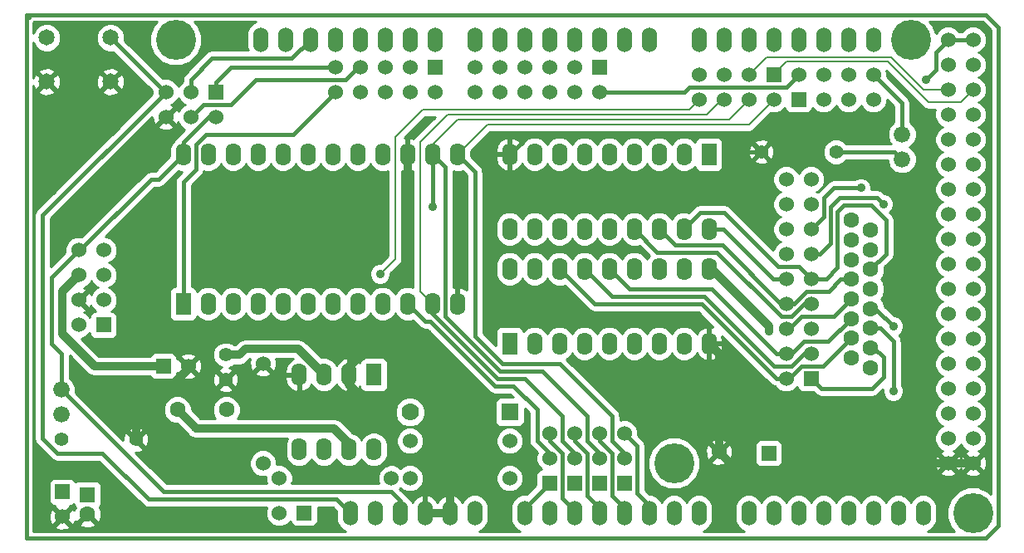
<source format=gbl>
G04 (created by PCBNEW-RS274X (2010-12-23 BZR 2684)-stable) date 10/9/2011 1:25:49 PM*
G01*
G70*
G90*
%MOIN*%
G04 Gerber Fmt 3.4, Leading zero omitted, Abs format*
%FSLAX34Y34*%
G04 APERTURE LIST*
%ADD10C,0.006000*%
%ADD11C,0.015000*%
%ADD12C,0.160000*%
%ADD13C,0.066000*%
%ADD14C,0.055000*%
%ADD15C,0.060000*%
%ADD16R,0.060000X0.060000*%
%ADD17O,0.060000X0.100000*%
%ADD18R,0.062000X0.090000*%
%ADD19O,0.062000X0.090000*%
%ADD20C,0.070000*%
%ADD21R,0.070000X0.070000*%
%ADD22R,0.063000X0.063000*%
%ADD23C,0.063000*%
%ADD24C,0.065000*%
%ADD25C,0.035000*%
%ADD26C,0.032000*%
%ADD27C,0.016000*%
%ADD28C,0.008000*%
%ADD29C,0.010000*%
G04 APERTURE END LIST*
G54D10*
G54D11*
X34850Y-53450D02*
X34850Y-53350D01*
X73350Y-53450D02*
X34850Y-53450D01*
X73850Y-52950D02*
X73850Y-32950D01*
X73350Y-53450D02*
X73850Y-52950D01*
X34850Y-32450D02*
X34950Y-32550D01*
X73350Y-32450D02*
X34850Y-32450D01*
X73850Y-32950D02*
X73350Y-32450D01*
X34850Y-32450D02*
X34850Y-53450D01*
G54D12*
X72850Y-52450D03*
X40850Y-33450D03*
X60850Y-50450D03*
G54D13*
X70000Y-37250D03*
X70000Y-38250D03*
X36250Y-47500D03*
X36250Y-48500D03*
G54D14*
X42850Y-46100D03*
X42850Y-47100D03*
G54D15*
X54250Y-51050D03*
X50250Y-51050D03*
X50250Y-49550D03*
X54250Y-49550D03*
G54D16*
X57850Y-51250D03*
G54D15*
X57850Y-50250D03*
X57850Y-49250D03*
G54D16*
X56850Y-51250D03*
G54D15*
X56850Y-50250D03*
X56850Y-49250D03*
G54D16*
X55850Y-51250D03*
G54D15*
X55850Y-50250D03*
X55850Y-49250D03*
G54D16*
X58850Y-51250D03*
G54D15*
X58850Y-50250D03*
X58850Y-49250D03*
G54D17*
X61850Y-33450D03*
X62850Y-33450D03*
X63850Y-33450D03*
X64850Y-33450D03*
X65850Y-33450D03*
X66850Y-33450D03*
X67850Y-33450D03*
X68850Y-33450D03*
X70850Y-52450D03*
X69850Y-52450D03*
X68850Y-52450D03*
X67850Y-52450D03*
X63850Y-52450D03*
X61850Y-52450D03*
X60850Y-52450D03*
X64850Y-52450D03*
X65850Y-52450D03*
X66850Y-52450D03*
X59850Y-52450D03*
X58850Y-52450D03*
X57850Y-52450D03*
X54850Y-52450D03*
X55850Y-52450D03*
X56850Y-52450D03*
X52850Y-52450D03*
X51850Y-52450D03*
X50850Y-52450D03*
X48850Y-52450D03*
X47850Y-52450D03*
X59850Y-33450D03*
X58850Y-33450D03*
X57850Y-33450D03*
X56850Y-33450D03*
X55850Y-33450D03*
X54850Y-33450D03*
X53850Y-33450D03*
X52850Y-33450D03*
X51250Y-33450D03*
X50250Y-33450D03*
X49250Y-33450D03*
X48250Y-33450D03*
X47250Y-33450D03*
X46250Y-33450D03*
X45250Y-33450D03*
X44250Y-33450D03*
X49850Y-52450D03*
G54D15*
X71850Y-34450D03*
X72850Y-34450D03*
X71850Y-35450D03*
X72850Y-35450D03*
X71850Y-36450D03*
X72850Y-36450D03*
X71850Y-37450D03*
X72850Y-37450D03*
X71850Y-33450D03*
X72850Y-33450D03*
X72850Y-38450D03*
X71850Y-38450D03*
X71850Y-39450D03*
X72850Y-39450D03*
X71850Y-40450D03*
X72850Y-40450D03*
X71850Y-41450D03*
X72850Y-41450D03*
X71850Y-42450D03*
X72850Y-42450D03*
X71850Y-43450D03*
X72850Y-43450D03*
X71850Y-44450D03*
X72850Y-44450D03*
X71850Y-45450D03*
X72850Y-45450D03*
X71850Y-46450D03*
X72850Y-46450D03*
X71850Y-47450D03*
X72850Y-47450D03*
X71850Y-48450D03*
X72850Y-48450D03*
X71850Y-49450D03*
X72850Y-49450D03*
X71850Y-50450D03*
X72850Y-50450D03*
G54D14*
X67350Y-37950D03*
X64350Y-37950D03*
X36250Y-49500D03*
X39250Y-49500D03*
G54D18*
X62250Y-38050D03*
G54D19*
X61250Y-38050D03*
X60250Y-38050D03*
X59250Y-38050D03*
X58250Y-38050D03*
X57250Y-38050D03*
X56250Y-38050D03*
X55250Y-38050D03*
X54250Y-38050D03*
X54250Y-41050D03*
X55250Y-41050D03*
X56250Y-41050D03*
X57250Y-41050D03*
X58250Y-41050D03*
X59250Y-41050D03*
X60250Y-41050D03*
X61250Y-41050D03*
X62250Y-41050D03*
G54D18*
X54250Y-45650D03*
G54D19*
X55250Y-45650D03*
X56250Y-45650D03*
X57250Y-45650D03*
X58250Y-45650D03*
X59250Y-45650D03*
X60250Y-45650D03*
X61250Y-45650D03*
X62250Y-45650D03*
X62250Y-42650D03*
X61250Y-42650D03*
X60250Y-42650D03*
X59250Y-42650D03*
X58250Y-42650D03*
X57250Y-42650D03*
X56250Y-42650D03*
X55250Y-42650D03*
X54250Y-42650D03*
G54D18*
X41150Y-44050D03*
G54D19*
X42150Y-44050D03*
X43150Y-44050D03*
X44150Y-44050D03*
X45150Y-44050D03*
X46150Y-44050D03*
X47150Y-44050D03*
X48150Y-44050D03*
X49150Y-44050D03*
X50150Y-44050D03*
X51150Y-44050D03*
X52150Y-44050D03*
X52150Y-38050D03*
X51150Y-38050D03*
X50150Y-38050D03*
X49150Y-38050D03*
X48150Y-38050D03*
X47150Y-38050D03*
X46150Y-38050D03*
X45150Y-38050D03*
X44150Y-38050D03*
X43150Y-38050D03*
X42150Y-38050D03*
X41150Y-38050D03*
G54D20*
X50250Y-48400D03*
G54D21*
X54250Y-48400D03*
G54D18*
X48800Y-46900D03*
G54D19*
X47800Y-46900D03*
X46800Y-46900D03*
X45800Y-46900D03*
X45800Y-49900D03*
X46800Y-49900D03*
X47800Y-49900D03*
X48800Y-49900D03*
G54D15*
X44350Y-46450D03*
X44350Y-50450D03*
X45000Y-51050D03*
X49500Y-51050D03*
G54D16*
X64650Y-50050D03*
G54D15*
X62650Y-50000D03*
G54D16*
X40350Y-46550D03*
G54D15*
X41350Y-46550D03*
G54D22*
X37300Y-51706D03*
G54D23*
X37300Y-52494D03*
G54D16*
X65850Y-35850D03*
G54D15*
X65850Y-34850D03*
X66850Y-35850D03*
X66850Y-34850D03*
X67850Y-35850D03*
X67850Y-34850D03*
X68850Y-35850D03*
X68850Y-34850D03*
G54D16*
X64850Y-34850D03*
G54D15*
X64850Y-35850D03*
X63850Y-34850D03*
X63850Y-35850D03*
X62850Y-34850D03*
X62850Y-35850D03*
X61850Y-34850D03*
X61850Y-35850D03*
G54D16*
X51250Y-34550D03*
G54D15*
X51250Y-35550D03*
X50250Y-34550D03*
X50250Y-35550D03*
X49250Y-34550D03*
X49250Y-35550D03*
X48250Y-34550D03*
X48250Y-35550D03*
X47250Y-34550D03*
X47250Y-35550D03*
G54D16*
X57850Y-34550D03*
G54D15*
X57850Y-35550D03*
X56850Y-34550D03*
X56850Y-35550D03*
X55850Y-34550D03*
X55850Y-35550D03*
X54850Y-34550D03*
X54850Y-35550D03*
X53850Y-34550D03*
X53850Y-35550D03*
X52850Y-34550D03*
X52850Y-35550D03*
G54D24*
X38230Y-33364D03*
X38230Y-35136D03*
X35670Y-33364D03*
X35670Y-35136D03*
G54D16*
X36300Y-51600D03*
G54D15*
X36300Y-52600D03*
G54D16*
X37950Y-44900D03*
G54D15*
X36950Y-44900D03*
X37950Y-43900D03*
X36950Y-43900D03*
X37950Y-42900D03*
X36950Y-42900D03*
X37950Y-41900D03*
X36950Y-41900D03*
X66350Y-39050D03*
X65350Y-39050D03*
X65350Y-40050D03*
X66350Y-40050D03*
G54D16*
X66350Y-47050D03*
G54D15*
X65350Y-47050D03*
X66350Y-46050D03*
X65350Y-46050D03*
X66350Y-45050D03*
X65350Y-45050D03*
X66350Y-44050D03*
X65350Y-44050D03*
X66350Y-43050D03*
X65350Y-43050D03*
X66350Y-42050D03*
X65350Y-42050D03*
X66350Y-41050D03*
X65350Y-41050D03*
G54D23*
X68744Y-46606D03*
X67957Y-46212D03*
X68744Y-45819D03*
X67957Y-45425D03*
X68744Y-45031D03*
X67957Y-44638D03*
X68744Y-44244D03*
X67957Y-43850D03*
X68744Y-43457D03*
X67957Y-43063D03*
X68744Y-42669D03*
X67957Y-42275D03*
X68744Y-41882D03*
X67957Y-41488D03*
X68744Y-41094D03*
X67957Y-40701D03*
G54D12*
X70350Y-33450D03*
G54D16*
X42450Y-35550D03*
G54D15*
X42450Y-36550D03*
X41450Y-35550D03*
X41450Y-36550D03*
X40450Y-35550D03*
X40450Y-36550D03*
G54D23*
X42884Y-48300D03*
X40916Y-48300D03*
G54D16*
X46000Y-52450D03*
G54D15*
X45000Y-52450D03*
G54D25*
X70950Y-35050D03*
X50950Y-45250D03*
X50150Y-42450D03*
X64650Y-45150D03*
X68350Y-39400D03*
X69650Y-47550D03*
X51150Y-40150D03*
X49050Y-42850D03*
X69650Y-44950D03*
X69250Y-40050D03*
G54D26*
X40350Y-46550D02*
X37600Y-46550D01*
X37600Y-46550D02*
X36300Y-45250D01*
X36300Y-45250D02*
X36300Y-43550D01*
X36300Y-43550D02*
X36950Y-42900D01*
G54D27*
X49850Y-52450D02*
X49850Y-51950D01*
X49850Y-51950D02*
X49500Y-51600D01*
X49500Y-51600D02*
X40350Y-51600D01*
X40350Y-51600D02*
X36250Y-47500D01*
X36250Y-47500D02*
X36250Y-46050D01*
X36250Y-46050D02*
X35850Y-45650D01*
X35850Y-45650D02*
X35850Y-43000D01*
X35850Y-43000D02*
X36950Y-41900D01*
X72850Y-33450D02*
X71850Y-33450D01*
X41150Y-37550D02*
X41150Y-38050D01*
X71350Y-34650D02*
X70950Y-35050D01*
X71850Y-33450D02*
X71350Y-33950D01*
X71350Y-33950D02*
X71350Y-34650D01*
X42150Y-36550D02*
X41150Y-37550D01*
X40150Y-39050D02*
X41150Y-38050D01*
X37000Y-41900D02*
X39850Y-39050D01*
X39850Y-39050D02*
X40150Y-39050D01*
X42450Y-36550D02*
X42150Y-36550D01*
X36950Y-41900D02*
X37000Y-41900D01*
X64350Y-37950D02*
X63450Y-37950D01*
G54D26*
X50850Y-52450D02*
X51850Y-52450D01*
X41350Y-46550D02*
X41350Y-46650D01*
X39250Y-48750D02*
X39250Y-49500D01*
X41350Y-46650D02*
X39250Y-48750D01*
X62650Y-50000D02*
X62650Y-46050D01*
X47800Y-46900D02*
X47800Y-46600D01*
X65550Y-50750D02*
X63400Y-50750D01*
X47800Y-47300D02*
X47800Y-46900D01*
X47800Y-46600D02*
X49150Y-45250D01*
X49550Y-49850D02*
X49550Y-49050D01*
X71850Y-50450D02*
X72850Y-50450D01*
X49150Y-45250D02*
X50950Y-45250D01*
X51850Y-52450D02*
X51850Y-51350D01*
X51850Y-51350D02*
X50850Y-50350D01*
X50850Y-50350D02*
X50050Y-50350D01*
X50050Y-50350D02*
X49550Y-49850D01*
G54D27*
X55050Y-37250D02*
X54250Y-38050D01*
G54D26*
X71850Y-50450D02*
X65850Y-50450D01*
X63400Y-50750D02*
X62650Y-50000D01*
X65850Y-50450D02*
X65550Y-50750D01*
X49550Y-49050D02*
X47800Y-47300D01*
X62650Y-46050D02*
X62250Y-45650D01*
G54D27*
X63450Y-37950D02*
X62750Y-37250D01*
X62750Y-37250D02*
X55050Y-37250D01*
G54D26*
X50150Y-38050D02*
X50150Y-42450D01*
G54D27*
X57850Y-49550D02*
X57850Y-49250D01*
X58850Y-52250D02*
X58350Y-51750D01*
X58350Y-51750D02*
X58350Y-50050D01*
X58850Y-52450D02*
X58850Y-52250D01*
X58350Y-50050D02*
X57850Y-49550D01*
X47250Y-51900D02*
X47300Y-51900D01*
X47300Y-51900D02*
X47850Y-52450D01*
X40450Y-35550D02*
X35500Y-40500D01*
X35500Y-49450D02*
X35500Y-40500D01*
X47250Y-51900D02*
X39750Y-51900D01*
X39750Y-51900D02*
X37900Y-50050D01*
X37900Y-50050D02*
X36100Y-50050D01*
X36100Y-50050D02*
X35500Y-49450D01*
X40416Y-35550D02*
X40450Y-35550D01*
X38230Y-33364D02*
X40416Y-35550D01*
G54D28*
X69550Y-34150D02*
X64550Y-34150D01*
X71850Y-35450D02*
X70850Y-35450D01*
X64550Y-34150D02*
X63850Y-34850D01*
X70850Y-35450D02*
X69550Y-34150D01*
X72350Y-35950D02*
X72850Y-35450D01*
X71050Y-35950D02*
X72350Y-35950D01*
X64850Y-34850D02*
X64850Y-34832D01*
X64850Y-34832D02*
X65350Y-34332D01*
X65350Y-34332D02*
X69432Y-34332D01*
X69432Y-34332D02*
X71050Y-35950D01*
G54D27*
X66150Y-43550D02*
X65650Y-44050D01*
X67537Y-43063D02*
X67050Y-43550D01*
X65142Y-44050D02*
X65350Y-44050D01*
X65650Y-44050D02*
X65350Y-44050D01*
X67050Y-43550D02*
X66150Y-43550D01*
X60900Y-41700D02*
X62792Y-41700D01*
X60250Y-41050D02*
X60900Y-41700D01*
X62792Y-41700D02*
X65142Y-44050D01*
X67957Y-43063D02*
X67537Y-43063D01*
G54D28*
X62750Y-35850D02*
X62150Y-36450D01*
G54D27*
X53750Y-47050D02*
X51150Y-44450D01*
G54D28*
X51750Y-36450D02*
X50650Y-37550D01*
G54D27*
X56850Y-50250D02*
X56850Y-50050D01*
X56850Y-50050D02*
X56350Y-49550D01*
X54850Y-47050D02*
X53750Y-47050D01*
X56350Y-49550D02*
X56350Y-48550D01*
G54D28*
X62850Y-35850D02*
X62750Y-35850D01*
G54D27*
X51150Y-44450D02*
X51150Y-44050D01*
G54D28*
X62150Y-36450D02*
X51750Y-36450D01*
X50650Y-37550D02*
X50650Y-43550D01*
G54D27*
X56350Y-48550D02*
X54850Y-47050D01*
G54D28*
X50650Y-43550D02*
X51150Y-44050D01*
X63850Y-36850D02*
X53350Y-36850D01*
G54D27*
X58850Y-50250D02*
X58850Y-50050D01*
X58350Y-48550D02*
X56250Y-46450D01*
X58350Y-49550D02*
X58350Y-48550D01*
X58850Y-50050D02*
X58350Y-49550D01*
X52850Y-45350D02*
X52850Y-38750D01*
G54D28*
X53350Y-36850D02*
X52150Y-38050D01*
G54D27*
X53950Y-46450D02*
X52850Y-45350D01*
G54D28*
X64850Y-35850D02*
X63850Y-36850D01*
G54D27*
X52850Y-38750D02*
X52150Y-38050D01*
X56250Y-46450D02*
X53950Y-46450D01*
G54D26*
X62350Y-42650D02*
X64650Y-44950D01*
X64650Y-44950D02*
X64650Y-45150D01*
X62250Y-42650D02*
X62350Y-42650D01*
G54D27*
X69250Y-46200D02*
X69250Y-47000D01*
X69250Y-47000D02*
X68800Y-47450D01*
X68800Y-47450D02*
X66750Y-47450D01*
X66750Y-47450D02*
X66350Y-47050D01*
X68744Y-45819D02*
X68869Y-45819D01*
X68869Y-45819D02*
X69250Y-46200D01*
X66850Y-40550D02*
X66350Y-41050D01*
X68350Y-39400D02*
X67250Y-39400D01*
X66850Y-39800D02*
X66850Y-40550D01*
X67250Y-39400D02*
X66850Y-39800D01*
X62050Y-43750D02*
X64850Y-46550D01*
X57250Y-42650D02*
X58350Y-43750D01*
X64850Y-46550D02*
X65550Y-46550D01*
X58350Y-43750D02*
X62050Y-43750D01*
X65550Y-46550D02*
X66050Y-46050D01*
X68744Y-45031D02*
X69131Y-45031D01*
X69650Y-45550D02*
X69650Y-47550D01*
X69131Y-45031D02*
X69650Y-45550D01*
X66050Y-46050D02*
X66350Y-46050D01*
X65350Y-47050D02*
X65475Y-47050D01*
X65975Y-46550D02*
X66832Y-46550D01*
X57650Y-44050D02*
X56250Y-42650D01*
X65350Y-47050D02*
X64950Y-47050D01*
X66832Y-46550D02*
X67957Y-45425D01*
X64950Y-47050D02*
X61950Y-44050D01*
X65475Y-47050D02*
X65975Y-46550D01*
X61950Y-44050D02*
X57650Y-44050D01*
G54D26*
X43650Y-45850D02*
X45750Y-45850D01*
X43400Y-46100D02*
X43650Y-45850D01*
X45750Y-45850D02*
X46800Y-46900D01*
X42850Y-46100D02*
X43400Y-46100D01*
X41666Y-49050D02*
X40916Y-48300D01*
X47800Y-49650D02*
X47200Y-49050D01*
X47200Y-49050D02*
X41666Y-49050D01*
X47800Y-49900D02*
X47800Y-49650D01*
G54D27*
X67350Y-37950D02*
X69700Y-37950D01*
X69700Y-37950D02*
X70000Y-38250D01*
X57350Y-51750D02*
X57350Y-50050D01*
X56850Y-49550D02*
X56850Y-49250D01*
G54D28*
X57850Y-52450D02*
X57850Y-52250D01*
X57850Y-52450D02*
X57850Y-52250D01*
G54D27*
X57350Y-50050D02*
X56850Y-49550D01*
X57850Y-52250D02*
X57350Y-51750D01*
X59850Y-52450D02*
X59850Y-52150D01*
X59350Y-49750D02*
X58850Y-49250D01*
X59850Y-52150D02*
X59350Y-51650D01*
X59350Y-51650D02*
X59350Y-49750D01*
X55550Y-46750D02*
X53850Y-46750D01*
X57350Y-48550D02*
X55550Y-46750D01*
G54D28*
X51150Y-38050D02*
X51150Y-37650D01*
G54D27*
X51650Y-44550D02*
X51650Y-38550D01*
X53850Y-46750D02*
X51650Y-44550D01*
X57350Y-49550D02*
X57350Y-48550D01*
X57850Y-50250D02*
X57850Y-50050D01*
X51150Y-40150D02*
X51150Y-38050D01*
G54D28*
X52150Y-36650D02*
X63050Y-36650D01*
G54D27*
X57850Y-50050D02*
X57350Y-49550D01*
X51650Y-38550D02*
X51150Y-38050D01*
G54D28*
X51150Y-37650D02*
X52150Y-36650D01*
X63050Y-36650D02*
X63850Y-35850D01*
G54D27*
X54850Y-52450D02*
X54850Y-52250D01*
X54850Y-52250D02*
X55850Y-51250D01*
G54D28*
X61450Y-36250D02*
X61850Y-35850D01*
G54D27*
X55350Y-49550D02*
X55350Y-48300D01*
G54D28*
X49050Y-42850D02*
X49650Y-42250D01*
G54D27*
X55350Y-48300D02*
X54400Y-47350D01*
X53650Y-47350D02*
X51050Y-44750D01*
X51050Y-44750D02*
X50850Y-44750D01*
X50850Y-44750D02*
X50150Y-44050D01*
X55850Y-50250D02*
X55850Y-50050D01*
G54D28*
X50750Y-36250D02*
X61450Y-36250D01*
G54D27*
X55850Y-50050D02*
X55350Y-49550D01*
G54D28*
X49650Y-42250D02*
X49650Y-37350D01*
X50150Y-44050D02*
X50150Y-44050D01*
X49650Y-37350D02*
X50750Y-36250D01*
G54D27*
X54400Y-47350D02*
X53650Y-47350D01*
X41150Y-39150D02*
X41650Y-38650D01*
X42050Y-37250D02*
X45550Y-37250D01*
X41650Y-37650D02*
X42050Y-37250D01*
X41650Y-38650D02*
X41650Y-37650D01*
X41150Y-44050D02*
X41150Y-39150D01*
X70000Y-37250D02*
X70000Y-36000D01*
X45550Y-37250D02*
X47250Y-35550D01*
X70000Y-36000D02*
X68850Y-34850D01*
X65350Y-35350D02*
X65850Y-34850D01*
X61450Y-35350D02*
X65350Y-35350D01*
X61250Y-35550D02*
X61450Y-35350D01*
X57850Y-35550D02*
X61250Y-35550D01*
X69650Y-44950D02*
X68944Y-44244D01*
X68944Y-44244D02*
X68744Y-44244D01*
X59250Y-41050D02*
X60175Y-41975D01*
X62575Y-41975D02*
X65150Y-44550D01*
X60175Y-41975D02*
X62575Y-41975D01*
X66050Y-44050D02*
X66350Y-44050D01*
X65550Y-44550D02*
X66050Y-44050D01*
X65150Y-44550D02*
X65550Y-44550D01*
X61250Y-41032D02*
X61890Y-40392D01*
X65850Y-42550D02*
X66350Y-43050D01*
X65025Y-42550D02*
X65850Y-42550D01*
X66350Y-43050D02*
X66950Y-43050D01*
X62867Y-40392D02*
X65025Y-42550D01*
X67400Y-40350D02*
X67650Y-40100D01*
X67400Y-42600D02*
X67400Y-40350D01*
X61250Y-41050D02*
X61250Y-41032D01*
X69350Y-40700D02*
X69350Y-42063D01*
X68750Y-40100D02*
X69350Y-40700D01*
X69350Y-42063D02*
X68744Y-42669D01*
X67650Y-40100D02*
X68750Y-40100D01*
X61890Y-40392D02*
X62867Y-40392D01*
X66950Y-43050D02*
X67400Y-42600D01*
X69000Y-39800D02*
X69250Y-40050D01*
X66350Y-42050D02*
X66705Y-42050D01*
X67500Y-39800D02*
X69000Y-39800D01*
X66705Y-42050D02*
X67138Y-41617D01*
X67138Y-41617D02*
X67138Y-40162D01*
X67138Y-40162D02*
X67500Y-39800D01*
X41450Y-35050D02*
X42300Y-34200D01*
X42300Y-34200D02*
X45500Y-34200D01*
X45500Y-34200D02*
X46250Y-33450D01*
X41450Y-35550D02*
X41450Y-35050D01*
X41950Y-36050D02*
X41450Y-36550D01*
X43050Y-36050D02*
X41950Y-36050D01*
X47650Y-35050D02*
X44050Y-35050D01*
X48150Y-34550D02*
X47650Y-35050D01*
X44050Y-35050D02*
X43050Y-36050D01*
X48250Y-34550D02*
X48150Y-34550D01*
X56350Y-50050D02*
X55850Y-49550D01*
X56350Y-51850D02*
X56350Y-50050D01*
X55850Y-49550D02*
X55850Y-49250D01*
X56850Y-52350D02*
X56350Y-51850D01*
X56850Y-52450D02*
X56850Y-52350D01*
X42450Y-35150D02*
X43050Y-34550D01*
X42450Y-35550D02*
X42450Y-35150D01*
X43050Y-34550D02*
X47250Y-34550D01*
X64950Y-46050D02*
X65350Y-46050D01*
X59052Y-43450D02*
X62350Y-43450D01*
X58252Y-42650D02*
X59052Y-43450D01*
X65550Y-46050D02*
X66050Y-45550D01*
X66050Y-45550D02*
X67045Y-45550D01*
X67045Y-45550D02*
X67957Y-44638D01*
X58250Y-42650D02*
X58252Y-42650D01*
X65350Y-46050D02*
X65550Y-46050D01*
X62350Y-43450D02*
X64950Y-46050D01*
X62250Y-41050D02*
X62825Y-41050D01*
X64825Y-43050D02*
X65350Y-43050D01*
X62825Y-41050D02*
X64825Y-43050D01*
X67257Y-44550D02*
X67957Y-43850D01*
X65450Y-45050D02*
X65950Y-44550D01*
X65950Y-44550D02*
X67257Y-44550D01*
X65350Y-45050D02*
X65450Y-45050D01*
G54D10*
G36*
X37723Y-43400D02*
X37639Y-43435D01*
X37485Y-43589D01*
X37447Y-43680D01*
X37422Y-43619D01*
X37328Y-43592D01*
X37021Y-43900D01*
X37328Y-44208D01*
X37422Y-44181D01*
X37445Y-44115D01*
X37485Y-44211D01*
X37625Y-44351D01*
X37601Y-44351D01*
X37509Y-44389D01*
X37439Y-44459D01*
X37401Y-44550D01*
X37401Y-44575D01*
X37261Y-44435D01*
X37169Y-44397D01*
X37231Y-44372D01*
X37258Y-44278D01*
X36985Y-44006D01*
X36950Y-43971D01*
X36879Y-43900D01*
X36950Y-43829D01*
X36985Y-43794D01*
X37258Y-43522D01*
X37231Y-43428D01*
X37165Y-43404D01*
X37261Y-43365D01*
X37415Y-43211D01*
X37450Y-43126D01*
X37485Y-43211D01*
X37639Y-43365D01*
X37723Y-43400D01*
X37723Y-43400D01*
G37*
G54D29*
X37723Y-43400D02*
X37639Y-43435D01*
X37485Y-43589D01*
X37447Y-43680D01*
X37422Y-43619D01*
X37328Y-43592D01*
X37021Y-43900D01*
X37328Y-44208D01*
X37422Y-44181D01*
X37445Y-44115D01*
X37485Y-44211D01*
X37625Y-44351D01*
X37601Y-44351D01*
X37509Y-44389D01*
X37439Y-44459D01*
X37401Y-44550D01*
X37401Y-44575D01*
X37261Y-44435D01*
X37169Y-44397D01*
X37231Y-44372D01*
X37258Y-44278D01*
X36985Y-44006D01*
X36950Y-43971D01*
X36879Y-43900D01*
X36950Y-43829D01*
X36985Y-43794D01*
X37258Y-43522D01*
X37231Y-43428D01*
X37165Y-43404D01*
X37261Y-43365D01*
X37415Y-43211D01*
X37450Y-43126D01*
X37485Y-43211D01*
X37639Y-43365D01*
X37723Y-43400D01*
G54D10*
G36*
X41223Y-36050D02*
X41139Y-36085D01*
X40985Y-36239D01*
X40947Y-36330D01*
X40922Y-36269D01*
X40828Y-36242D01*
X40521Y-36550D01*
X40828Y-36858D01*
X40922Y-36831D01*
X40945Y-36765D01*
X40985Y-36861D01*
X41139Y-37015D01*
X41195Y-37038D01*
X40917Y-37317D01*
X40845Y-37423D01*
X40843Y-37430D01*
X40839Y-37432D01*
X40758Y-37513D01*
X40758Y-36928D01*
X40450Y-36621D01*
X40142Y-36928D01*
X40169Y-37022D01*
X40371Y-37093D01*
X40584Y-37082D01*
X40731Y-37022D01*
X40758Y-36928D01*
X40758Y-37513D01*
X40685Y-37586D01*
X40601Y-37788D01*
X40601Y-38006D01*
X40601Y-38133D01*
X40014Y-38720D01*
X39850Y-38720D01*
X39724Y-38745D01*
X39688Y-38769D01*
X39616Y-38817D01*
X37075Y-41358D01*
X37059Y-41351D01*
X36841Y-41351D01*
X36639Y-41435D01*
X36485Y-41589D01*
X36401Y-41791D01*
X36401Y-41982D01*
X35830Y-42553D01*
X35830Y-40636D01*
X39911Y-36555D01*
X39918Y-36684D01*
X39978Y-36831D01*
X40072Y-36858D01*
X40344Y-36585D01*
X40379Y-36550D01*
X40450Y-36479D01*
X40485Y-36444D01*
X40758Y-36172D01*
X40731Y-36078D01*
X40665Y-36054D01*
X40761Y-36015D01*
X40915Y-35861D01*
X40950Y-35776D01*
X40985Y-35861D01*
X41139Y-36015D01*
X41223Y-36050D01*
X41223Y-36050D01*
G37*
G54D29*
X41223Y-36050D02*
X41139Y-36085D01*
X40985Y-36239D01*
X40947Y-36330D01*
X40922Y-36269D01*
X40828Y-36242D01*
X40521Y-36550D01*
X40828Y-36858D01*
X40922Y-36831D01*
X40945Y-36765D01*
X40985Y-36861D01*
X41139Y-37015D01*
X41195Y-37038D01*
X40917Y-37317D01*
X40845Y-37423D01*
X40843Y-37430D01*
X40839Y-37432D01*
X40758Y-37513D01*
X40758Y-36928D01*
X40450Y-36621D01*
X40142Y-36928D01*
X40169Y-37022D01*
X40371Y-37093D01*
X40584Y-37082D01*
X40731Y-37022D01*
X40758Y-36928D01*
X40758Y-37513D01*
X40685Y-37586D01*
X40601Y-37788D01*
X40601Y-38006D01*
X40601Y-38133D01*
X40014Y-38720D01*
X39850Y-38720D01*
X39724Y-38745D01*
X39688Y-38769D01*
X39616Y-38817D01*
X37075Y-41358D01*
X37059Y-41351D01*
X36841Y-41351D01*
X36639Y-41435D01*
X36485Y-41589D01*
X36401Y-41791D01*
X36401Y-41982D01*
X35830Y-42553D01*
X35830Y-40636D01*
X39911Y-36555D01*
X39918Y-36684D01*
X39978Y-36831D01*
X40072Y-36858D01*
X40344Y-36585D01*
X40379Y-36550D01*
X40450Y-36479D01*
X40485Y-36444D01*
X40758Y-36172D01*
X40731Y-36078D01*
X40665Y-36054D01*
X40761Y-36015D01*
X40915Y-35861D01*
X40950Y-35776D01*
X40985Y-35861D01*
X41139Y-36015D01*
X41223Y-36050D01*
G54D10*
G36*
X45300Y-33500D02*
X45200Y-33500D01*
X45200Y-33400D01*
X45300Y-33400D01*
X45300Y-33500D01*
X45300Y-33500D01*
G37*
G54D29*
X45300Y-33500D02*
X45200Y-33500D01*
X45200Y-33400D01*
X45300Y-33400D01*
X45300Y-33500D01*
G54D10*
G36*
X47672Y-53175D02*
X37864Y-53175D01*
X37864Y-52071D01*
X37864Y-51972D01*
X37864Y-51342D01*
X37826Y-51250D01*
X37756Y-51180D01*
X37665Y-51142D01*
X37566Y-51142D01*
X36936Y-51142D01*
X36844Y-51180D01*
X36826Y-51197D01*
X36811Y-51159D01*
X36741Y-51089D01*
X36650Y-51051D01*
X36551Y-51051D01*
X35951Y-51051D01*
X35859Y-51089D01*
X35789Y-51159D01*
X35751Y-51250D01*
X35751Y-51349D01*
X35751Y-51949D01*
X35789Y-52041D01*
X35859Y-52111D01*
X35950Y-52149D01*
X36012Y-52149D01*
X35992Y-52222D01*
X36300Y-52529D01*
X36608Y-52222D01*
X36587Y-52149D01*
X36649Y-52149D01*
X36741Y-52111D01*
X36749Y-52102D01*
X36774Y-52162D01*
X36816Y-52204D01*
X36773Y-52322D01*
X36772Y-52319D01*
X36678Y-52292D01*
X36371Y-52600D01*
X36678Y-52908D01*
X36772Y-52881D01*
X36810Y-52771D01*
X36816Y-52784D01*
X36911Y-52812D01*
X37194Y-52529D01*
X37229Y-52494D01*
X37300Y-52423D01*
X37371Y-52494D01*
X37406Y-52529D01*
X37689Y-52812D01*
X37784Y-52784D01*
X37858Y-52577D01*
X37847Y-52357D01*
X37784Y-52204D01*
X37826Y-52162D01*
X37864Y-52071D01*
X37864Y-53175D01*
X37618Y-53175D01*
X37618Y-52883D01*
X37300Y-52565D01*
X36982Y-52883D01*
X37010Y-52978D01*
X37217Y-53052D01*
X37437Y-53041D01*
X37590Y-52978D01*
X37618Y-52883D01*
X37618Y-53175D01*
X36608Y-53175D01*
X36608Y-52978D01*
X36300Y-52671D01*
X36229Y-52741D01*
X36229Y-52600D01*
X35922Y-52292D01*
X35828Y-52319D01*
X35757Y-52521D01*
X35768Y-52734D01*
X35828Y-52881D01*
X35922Y-52908D01*
X36229Y-52600D01*
X36229Y-52741D01*
X35992Y-52978D01*
X36019Y-53072D01*
X36221Y-53143D01*
X36434Y-53132D01*
X36581Y-53072D01*
X36608Y-52978D01*
X36608Y-53175D01*
X35125Y-53175D01*
X35125Y-35301D01*
X35178Y-35432D01*
X35274Y-35461D01*
X35599Y-35136D01*
X35274Y-34811D01*
X35178Y-34840D01*
X35125Y-34987D01*
X35125Y-33550D01*
X35182Y-33689D01*
X35344Y-33851D01*
X35555Y-33939D01*
X35784Y-33939D01*
X35995Y-33852D01*
X36157Y-33690D01*
X36245Y-33479D01*
X36245Y-33250D01*
X36158Y-33039D01*
X35996Y-32877D01*
X35785Y-32789D01*
X35556Y-32789D01*
X35345Y-32876D01*
X35183Y-33038D01*
X35125Y-33177D01*
X35125Y-32756D01*
X35144Y-32744D01*
X35156Y-32725D01*
X40090Y-32725D01*
X39960Y-32855D01*
X39800Y-33240D01*
X39800Y-33658D01*
X39960Y-34044D01*
X40255Y-34340D01*
X40640Y-34500D01*
X41058Y-34500D01*
X41444Y-34340D01*
X41740Y-34045D01*
X41900Y-33660D01*
X41900Y-33242D01*
X41740Y-32856D01*
X41609Y-32725D01*
X44072Y-32725D01*
X43944Y-32778D01*
X43793Y-32930D01*
X43710Y-33128D01*
X43710Y-33343D01*
X43710Y-33771D01*
X43750Y-33870D01*
X42300Y-33870D01*
X42194Y-33891D01*
X42173Y-33895D01*
X42067Y-33967D01*
X41217Y-34817D01*
X41145Y-34923D01*
X41120Y-35050D01*
X41120Y-35104D01*
X40985Y-35239D01*
X40950Y-35323D01*
X40915Y-35239D01*
X40761Y-35085D01*
X40559Y-35001D01*
X40341Y-35001D01*
X40335Y-35003D01*
X38805Y-33472D01*
X38805Y-33250D01*
X38718Y-33039D01*
X38556Y-32877D01*
X38345Y-32789D01*
X38116Y-32789D01*
X37905Y-32876D01*
X37743Y-33038D01*
X37655Y-33249D01*
X37655Y-33478D01*
X37742Y-33689D01*
X37904Y-33851D01*
X38115Y-33939D01*
X38338Y-33939D01*
X39901Y-35501D01*
X39901Y-35632D01*
X38798Y-36735D01*
X38798Y-35220D01*
X38786Y-34997D01*
X38722Y-34840D01*
X38626Y-34811D01*
X38555Y-34882D01*
X38555Y-34740D01*
X38526Y-34644D01*
X38314Y-34568D01*
X38091Y-34580D01*
X37934Y-34644D01*
X37905Y-34740D01*
X38230Y-35065D01*
X38555Y-34740D01*
X38555Y-34882D01*
X38301Y-35136D01*
X38626Y-35461D01*
X38722Y-35432D01*
X38798Y-35220D01*
X38798Y-36735D01*
X38555Y-36978D01*
X38555Y-35532D01*
X38230Y-35207D01*
X38159Y-35278D01*
X38159Y-35136D01*
X37834Y-34811D01*
X37738Y-34840D01*
X37662Y-35052D01*
X37674Y-35275D01*
X37738Y-35432D01*
X37834Y-35461D01*
X38159Y-35136D01*
X38159Y-35278D01*
X37905Y-35532D01*
X37934Y-35628D01*
X38146Y-35704D01*
X38369Y-35692D01*
X38526Y-35628D01*
X38555Y-35532D01*
X38555Y-36978D01*
X36238Y-39295D01*
X36238Y-35220D01*
X36226Y-34997D01*
X36162Y-34840D01*
X36066Y-34811D01*
X35995Y-34882D01*
X35995Y-34740D01*
X35966Y-34644D01*
X35754Y-34568D01*
X35531Y-34580D01*
X35374Y-34644D01*
X35345Y-34740D01*
X35670Y-35065D01*
X35995Y-34740D01*
X35995Y-34882D01*
X35741Y-35136D01*
X36066Y-35461D01*
X36162Y-35432D01*
X36238Y-35220D01*
X36238Y-39295D01*
X35995Y-39538D01*
X35995Y-35532D01*
X35670Y-35207D01*
X35345Y-35532D01*
X35374Y-35628D01*
X35586Y-35704D01*
X35809Y-35692D01*
X35966Y-35628D01*
X35995Y-35532D01*
X35995Y-39538D01*
X35267Y-40267D01*
X35195Y-40373D01*
X35170Y-40500D01*
X35170Y-49450D01*
X35195Y-49577D01*
X35267Y-49683D01*
X35866Y-50283D01*
X35867Y-50283D01*
X35938Y-50330D01*
X35973Y-50354D01*
X35974Y-50355D01*
X36100Y-50380D01*
X37763Y-50380D01*
X39516Y-52133D01*
X39517Y-52133D01*
X39623Y-52205D01*
X39624Y-52205D01*
X39644Y-52208D01*
X39750Y-52230D01*
X44497Y-52230D01*
X44451Y-52341D01*
X44451Y-52559D01*
X44535Y-52761D01*
X44689Y-52915D01*
X44891Y-52999D01*
X45109Y-52999D01*
X45311Y-52915D01*
X45451Y-52775D01*
X45451Y-52799D01*
X45489Y-52891D01*
X45559Y-52961D01*
X45650Y-52999D01*
X45749Y-52999D01*
X46349Y-52999D01*
X46441Y-52961D01*
X46511Y-52891D01*
X46549Y-52800D01*
X46549Y-52701D01*
X46549Y-52230D01*
X47163Y-52230D01*
X47310Y-52376D01*
X47310Y-52771D01*
X47392Y-52970D01*
X47544Y-53121D01*
X47672Y-53175D01*
X47672Y-53175D01*
G37*
G54D29*
X47672Y-53175D02*
X37864Y-53175D01*
X37864Y-52071D01*
X37864Y-51972D01*
X37864Y-51342D01*
X37826Y-51250D01*
X37756Y-51180D01*
X37665Y-51142D01*
X37566Y-51142D01*
X36936Y-51142D01*
X36844Y-51180D01*
X36826Y-51197D01*
X36811Y-51159D01*
X36741Y-51089D01*
X36650Y-51051D01*
X36551Y-51051D01*
X35951Y-51051D01*
X35859Y-51089D01*
X35789Y-51159D01*
X35751Y-51250D01*
X35751Y-51349D01*
X35751Y-51949D01*
X35789Y-52041D01*
X35859Y-52111D01*
X35950Y-52149D01*
X36012Y-52149D01*
X35992Y-52222D01*
X36300Y-52529D01*
X36608Y-52222D01*
X36587Y-52149D01*
X36649Y-52149D01*
X36741Y-52111D01*
X36749Y-52102D01*
X36774Y-52162D01*
X36816Y-52204D01*
X36773Y-52322D01*
X36772Y-52319D01*
X36678Y-52292D01*
X36371Y-52600D01*
X36678Y-52908D01*
X36772Y-52881D01*
X36810Y-52771D01*
X36816Y-52784D01*
X36911Y-52812D01*
X37194Y-52529D01*
X37229Y-52494D01*
X37300Y-52423D01*
X37371Y-52494D01*
X37406Y-52529D01*
X37689Y-52812D01*
X37784Y-52784D01*
X37858Y-52577D01*
X37847Y-52357D01*
X37784Y-52204D01*
X37826Y-52162D01*
X37864Y-52071D01*
X37864Y-53175D01*
X37618Y-53175D01*
X37618Y-52883D01*
X37300Y-52565D01*
X36982Y-52883D01*
X37010Y-52978D01*
X37217Y-53052D01*
X37437Y-53041D01*
X37590Y-52978D01*
X37618Y-52883D01*
X37618Y-53175D01*
X36608Y-53175D01*
X36608Y-52978D01*
X36300Y-52671D01*
X36229Y-52741D01*
X36229Y-52600D01*
X35922Y-52292D01*
X35828Y-52319D01*
X35757Y-52521D01*
X35768Y-52734D01*
X35828Y-52881D01*
X35922Y-52908D01*
X36229Y-52600D01*
X36229Y-52741D01*
X35992Y-52978D01*
X36019Y-53072D01*
X36221Y-53143D01*
X36434Y-53132D01*
X36581Y-53072D01*
X36608Y-52978D01*
X36608Y-53175D01*
X35125Y-53175D01*
X35125Y-35301D01*
X35178Y-35432D01*
X35274Y-35461D01*
X35599Y-35136D01*
X35274Y-34811D01*
X35178Y-34840D01*
X35125Y-34987D01*
X35125Y-33550D01*
X35182Y-33689D01*
X35344Y-33851D01*
X35555Y-33939D01*
X35784Y-33939D01*
X35995Y-33852D01*
X36157Y-33690D01*
X36245Y-33479D01*
X36245Y-33250D01*
X36158Y-33039D01*
X35996Y-32877D01*
X35785Y-32789D01*
X35556Y-32789D01*
X35345Y-32876D01*
X35183Y-33038D01*
X35125Y-33177D01*
X35125Y-32756D01*
X35144Y-32744D01*
X35156Y-32725D01*
X40090Y-32725D01*
X39960Y-32855D01*
X39800Y-33240D01*
X39800Y-33658D01*
X39960Y-34044D01*
X40255Y-34340D01*
X40640Y-34500D01*
X41058Y-34500D01*
X41444Y-34340D01*
X41740Y-34045D01*
X41900Y-33660D01*
X41900Y-33242D01*
X41740Y-32856D01*
X41609Y-32725D01*
X44072Y-32725D01*
X43944Y-32778D01*
X43793Y-32930D01*
X43710Y-33128D01*
X43710Y-33343D01*
X43710Y-33771D01*
X43750Y-33870D01*
X42300Y-33870D01*
X42194Y-33891D01*
X42173Y-33895D01*
X42067Y-33967D01*
X41217Y-34817D01*
X41145Y-34923D01*
X41120Y-35050D01*
X41120Y-35104D01*
X40985Y-35239D01*
X40950Y-35323D01*
X40915Y-35239D01*
X40761Y-35085D01*
X40559Y-35001D01*
X40341Y-35001D01*
X40335Y-35003D01*
X38805Y-33472D01*
X38805Y-33250D01*
X38718Y-33039D01*
X38556Y-32877D01*
X38345Y-32789D01*
X38116Y-32789D01*
X37905Y-32876D01*
X37743Y-33038D01*
X37655Y-33249D01*
X37655Y-33478D01*
X37742Y-33689D01*
X37904Y-33851D01*
X38115Y-33939D01*
X38338Y-33939D01*
X39901Y-35501D01*
X39901Y-35632D01*
X38798Y-36735D01*
X38798Y-35220D01*
X38786Y-34997D01*
X38722Y-34840D01*
X38626Y-34811D01*
X38555Y-34882D01*
X38555Y-34740D01*
X38526Y-34644D01*
X38314Y-34568D01*
X38091Y-34580D01*
X37934Y-34644D01*
X37905Y-34740D01*
X38230Y-35065D01*
X38555Y-34740D01*
X38555Y-34882D01*
X38301Y-35136D01*
X38626Y-35461D01*
X38722Y-35432D01*
X38798Y-35220D01*
X38798Y-36735D01*
X38555Y-36978D01*
X38555Y-35532D01*
X38230Y-35207D01*
X38159Y-35278D01*
X38159Y-35136D01*
X37834Y-34811D01*
X37738Y-34840D01*
X37662Y-35052D01*
X37674Y-35275D01*
X37738Y-35432D01*
X37834Y-35461D01*
X38159Y-35136D01*
X38159Y-35278D01*
X37905Y-35532D01*
X37934Y-35628D01*
X38146Y-35704D01*
X38369Y-35692D01*
X38526Y-35628D01*
X38555Y-35532D01*
X38555Y-36978D01*
X36238Y-39295D01*
X36238Y-35220D01*
X36226Y-34997D01*
X36162Y-34840D01*
X36066Y-34811D01*
X35995Y-34882D01*
X35995Y-34740D01*
X35966Y-34644D01*
X35754Y-34568D01*
X35531Y-34580D01*
X35374Y-34644D01*
X35345Y-34740D01*
X35670Y-35065D01*
X35995Y-34740D01*
X35995Y-34882D01*
X35741Y-35136D01*
X36066Y-35461D01*
X36162Y-35432D01*
X36238Y-35220D01*
X36238Y-39295D01*
X35995Y-39538D01*
X35995Y-35532D01*
X35670Y-35207D01*
X35345Y-35532D01*
X35374Y-35628D01*
X35586Y-35704D01*
X35809Y-35692D01*
X35966Y-35628D01*
X35995Y-35532D01*
X35995Y-39538D01*
X35267Y-40267D01*
X35195Y-40373D01*
X35170Y-40500D01*
X35170Y-49450D01*
X35195Y-49577D01*
X35267Y-49683D01*
X35866Y-50283D01*
X35867Y-50283D01*
X35938Y-50330D01*
X35973Y-50354D01*
X35974Y-50355D01*
X36100Y-50380D01*
X37763Y-50380D01*
X39516Y-52133D01*
X39517Y-52133D01*
X39623Y-52205D01*
X39624Y-52205D01*
X39644Y-52208D01*
X39750Y-52230D01*
X44497Y-52230D01*
X44451Y-52341D01*
X44451Y-52559D01*
X44535Y-52761D01*
X44689Y-52915D01*
X44891Y-52999D01*
X45109Y-52999D01*
X45311Y-52915D01*
X45451Y-52775D01*
X45451Y-52799D01*
X45489Y-52891D01*
X45559Y-52961D01*
X45650Y-52999D01*
X45749Y-52999D01*
X46349Y-52999D01*
X46441Y-52961D01*
X46511Y-52891D01*
X46549Y-52800D01*
X46549Y-52701D01*
X46549Y-52230D01*
X47163Y-52230D01*
X47310Y-52376D01*
X47310Y-52771D01*
X47392Y-52970D01*
X47544Y-53121D01*
X47672Y-53175D01*
G54D10*
G36*
X51249Y-36540D02*
X50445Y-37345D01*
X50397Y-37416D01*
X50346Y-37385D01*
X50287Y-37368D01*
X50200Y-37415D01*
X50200Y-37950D01*
X50200Y-38000D01*
X50200Y-38100D01*
X50200Y-38150D01*
X50200Y-38685D01*
X50287Y-38732D01*
X50346Y-38715D01*
X50360Y-38706D01*
X50360Y-43390D01*
X50259Y-43348D01*
X50041Y-43348D01*
X49839Y-43432D01*
X49685Y-43586D01*
X49650Y-43670D01*
X49615Y-43586D01*
X49461Y-43432D01*
X49259Y-43348D01*
X49041Y-43348D01*
X48839Y-43432D01*
X48685Y-43586D01*
X48650Y-43670D01*
X48615Y-43586D01*
X48461Y-43432D01*
X48259Y-43348D01*
X48041Y-43348D01*
X47839Y-43432D01*
X47685Y-43586D01*
X47650Y-43670D01*
X47615Y-43586D01*
X47461Y-43432D01*
X47259Y-43348D01*
X47041Y-43348D01*
X46839Y-43432D01*
X46685Y-43586D01*
X46650Y-43670D01*
X46615Y-43586D01*
X46461Y-43432D01*
X46259Y-43348D01*
X46041Y-43348D01*
X45839Y-43432D01*
X45685Y-43586D01*
X45650Y-43670D01*
X45615Y-43586D01*
X45461Y-43432D01*
X45259Y-43348D01*
X45041Y-43348D01*
X44839Y-43432D01*
X44685Y-43586D01*
X44650Y-43670D01*
X44615Y-43586D01*
X44461Y-43432D01*
X44259Y-43348D01*
X44041Y-43348D01*
X43839Y-43432D01*
X43685Y-43586D01*
X43650Y-43670D01*
X43615Y-43586D01*
X43461Y-43432D01*
X43259Y-43348D01*
X43041Y-43348D01*
X42839Y-43432D01*
X42685Y-43586D01*
X42650Y-43670D01*
X42615Y-43586D01*
X42461Y-43432D01*
X42259Y-43348D01*
X42041Y-43348D01*
X41839Y-43432D01*
X41709Y-43562D01*
X41709Y-43551D01*
X41671Y-43459D01*
X41601Y-43389D01*
X41510Y-43351D01*
X41480Y-43351D01*
X41480Y-39286D01*
X41883Y-38883D01*
X41955Y-38777D01*
X41955Y-38776D01*
X41958Y-38755D01*
X41965Y-38720D01*
X42041Y-38752D01*
X42259Y-38752D01*
X42461Y-38668D01*
X42615Y-38514D01*
X42650Y-38429D01*
X42685Y-38514D01*
X42839Y-38668D01*
X43041Y-38752D01*
X43259Y-38752D01*
X43461Y-38668D01*
X43615Y-38514D01*
X43650Y-38429D01*
X43685Y-38514D01*
X43839Y-38668D01*
X44041Y-38752D01*
X44259Y-38752D01*
X44461Y-38668D01*
X44615Y-38514D01*
X44650Y-38429D01*
X44685Y-38514D01*
X44839Y-38668D01*
X45041Y-38752D01*
X45259Y-38752D01*
X45461Y-38668D01*
X45615Y-38514D01*
X45650Y-38429D01*
X45685Y-38514D01*
X45839Y-38668D01*
X46041Y-38752D01*
X46259Y-38752D01*
X46461Y-38668D01*
X46615Y-38514D01*
X46650Y-38429D01*
X46685Y-38514D01*
X46839Y-38668D01*
X47041Y-38752D01*
X47259Y-38752D01*
X47461Y-38668D01*
X47615Y-38514D01*
X47650Y-38429D01*
X47685Y-38514D01*
X47839Y-38668D01*
X48041Y-38752D01*
X48259Y-38752D01*
X48461Y-38668D01*
X48615Y-38514D01*
X48650Y-38429D01*
X48685Y-38514D01*
X48839Y-38668D01*
X49041Y-38752D01*
X49259Y-38752D01*
X49360Y-38710D01*
X49360Y-42130D01*
X49065Y-42425D01*
X48966Y-42425D01*
X48810Y-42489D01*
X48690Y-42609D01*
X48625Y-42765D01*
X48625Y-42934D01*
X48689Y-43090D01*
X48809Y-43210D01*
X48965Y-43275D01*
X49134Y-43275D01*
X49290Y-43211D01*
X49410Y-43091D01*
X49475Y-42935D01*
X49475Y-42835D01*
X49855Y-42455D01*
X49918Y-42361D01*
X49940Y-42250D01*
X49940Y-38706D01*
X49954Y-38715D01*
X50013Y-38732D01*
X50100Y-38685D01*
X50100Y-38150D01*
X50100Y-38100D01*
X50100Y-38000D01*
X50100Y-37950D01*
X50100Y-37415D01*
X50031Y-37378D01*
X50870Y-36540D01*
X51249Y-36540D01*
X51249Y-36540D01*
G37*
G54D29*
X51249Y-36540D02*
X50445Y-37345D01*
X50397Y-37416D01*
X50346Y-37385D01*
X50287Y-37368D01*
X50200Y-37415D01*
X50200Y-37950D01*
X50200Y-38000D01*
X50200Y-38100D01*
X50200Y-38150D01*
X50200Y-38685D01*
X50287Y-38732D01*
X50346Y-38715D01*
X50360Y-38706D01*
X50360Y-43390D01*
X50259Y-43348D01*
X50041Y-43348D01*
X49839Y-43432D01*
X49685Y-43586D01*
X49650Y-43670D01*
X49615Y-43586D01*
X49461Y-43432D01*
X49259Y-43348D01*
X49041Y-43348D01*
X48839Y-43432D01*
X48685Y-43586D01*
X48650Y-43670D01*
X48615Y-43586D01*
X48461Y-43432D01*
X48259Y-43348D01*
X48041Y-43348D01*
X47839Y-43432D01*
X47685Y-43586D01*
X47650Y-43670D01*
X47615Y-43586D01*
X47461Y-43432D01*
X47259Y-43348D01*
X47041Y-43348D01*
X46839Y-43432D01*
X46685Y-43586D01*
X46650Y-43670D01*
X46615Y-43586D01*
X46461Y-43432D01*
X46259Y-43348D01*
X46041Y-43348D01*
X45839Y-43432D01*
X45685Y-43586D01*
X45650Y-43670D01*
X45615Y-43586D01*
X45461Y-43432D01*
X45259Y-43348D01*
X45041Y-43348D01*
X44839Y-43432D01*
X44685Y-43586D01*
X44650Y-43670D01*
X44615Y-43586D01*
X44461Y-43432D01*
X44259Y-43348D01*
X44041Y-43348D01*
X43839Y-43432D01*
X43685Y-43586D01*
X43650Y-43670D01*
X43615Y-43586D01*
X43461Y-43432D01*
X43259Y-43348D01*
X43041Y-43348D01*
X42839Y-43432D01*
X42685Y-43586D01*
X42650Y-43670D01*
X42615Y-43586D01*
X42461Y-43432D01*
X42259Y-43348D01*
X42041Y-43348D01*
X41839Y-43432D01*
X41709Y-43562D01*
X41709Y-43551D01*
X41671Y-43459D01*
X41601Y-43389D01*
X41510Y-43351D01*
X41480Y-43351D01*
X41480Y-39286D01*
X41883Y-38883D01*
X41955Y-38777D01*
X41955Y-38776D01*
X41958Y-38755D01*
X41965Y-38720D01*
X42041Y-38752D01*
X42259Y-38752D01*
X42461Y-38668D01*
X42615Y-38514D01*
X42650Y-38429D01*
X42685Y-38514D01*
X42839Y-38668D01*
X43041Y-38752D01*
X43259Y-38752D01*
X43461Y-38668D01*
X43615Y-38514D01*
X43650Y-38429D01*
X43685Y-38514D01*
X43839Y-38668D01*
X44041Y-38752D01*
X44259Y-38752D01*
X44461Y-38668D01*
X44615Y-38514D01*
X44650Y-38429D01*
X44685Y-38514D01*
X44839Y-38668D01*
X45041Y-38752D01*
X45259Y-38752D01*
X45461Y-38668D01*
X45615Y-38514D01*
X45650Y-38429D01*
X45685Y-38514D01*
X45839Y-38668D01*
X46041Y-38752D01*
X46259Y-38752D01*
X46461Y-38668D01*
X46615Y-38514D01*
X46650Y-38429D01*
X46685Y-38514D01*
X46839Y-38668D01*
X47041Y-38752D01*
X47259Y-38752D01*
X47461Y-38668D01*
X47615Y-38514D01*
X47650Y-38429D01*
X47685Y-38514D01*
X47839Y-38668D01*
X48041Y-38752D01*
X48259Y-38752D01*
X48461Y-38668D01*
X48615Y-38514D01*
X48650Y-38429D01*
X48685Y-38514D01*
X48839Y-38668D01*
X49041Y-38752D01*
X49259Y-38752D01*
X49360Y-38710D01*
X49360Y-42130D01*
X49065Y-42425D01*
X48966Y-42425D01*
X48810Y-42489D01*
X48690Y-42609D01*
X48625Y-42765D01*
X48625Y-42934D01*
X48689Y-43090D01*
X48809Y-43210D01*
X48965Y-43275D01*
X49134Y-43275D01*
X49290Y-43211D01*
X49410Y-43091D01*
X49475Y-42935D01*
X49475Y-42835D01*
X49855Y-42455D01*
X49918Y-42361D01*
X49940Y-42250D01*
X49940Y-38706D01*
X49954Y-38715D01*
X50013Y-38732D01*
X50100Y-38685D01*
X50100Y-38150D01*
X50100Y-38100D01*
X50100Y-38000D01*
X50100Y-37950D01*
X50100Y-37415D01*
X50031Y-37378D01*
X50870Y-36540D01*
X51249Y-36540D01*
G54D10*
G36*
X52520Y-43492D02*
X52346Y-43385D01*
X52287Y-43368D01*
X52200Y-43415D01*
X52200Y-43950D01*
X52200Y-44000D01*
X52200Y-44100D01*
X52100Y-44100D01*
X52100Y-44000D01*
X52100Y-43950D01*
X52100Y-43415D01*
X52013Y-43368D01*
X51980Y-43377D01*
X51980Y-38726D01*
X52041Y-38752D01*
X52259Y-38752D01*
X52348Y-38714D01*
X52520Y-38886D01*
X52520Y-43492D01*
X52520Y-43492D01*
G37*
G54D29*
X52520Y-43492D02*
X52346Y-43385D01*
X52287Y-43368D01*
X52200Y-43415D01*
X52200Y-43950D01*
X52200Y-44000D01*
X52200Y-44100D01*
X52100Y-44100D01*
X52100Y-44000D01*
X52100Y-43950D01*
X52100Y-43415D01*
X52013Y-43368D01*
X51980Y-43377D01*
X51980Y-38726D01*
X52041Y-38752D01*
X52259Y-38752D01*
X52348Y-38714D01*
X52520Y-38886D01*
X52520Y-43492D01*
G54D10*
G36*
X55525Y-50701D02*
X55501Y-50701D01*
X55409Y-50739D01*
X55339Y-50809D01*
X55301Y-50900D01*
X55301Y-50999D01*
X55301Y-51333D01*
X54938Y-51696D01*
X54799Y-51696D01*
X54799Y-51159D01*
X54799Y-50941D01*
X54799Y-49659D01*
X54799Y-49441D01*
X54715Y-49239D01*
X54561Y-49085D01*
X54359Y-49001D01*
X54141Y-49001D01*
X53939Y-49085D01*
X53785Y-49239D01*
X53701Y-49441D01*
X53701Y-49659D01*
X53785Y-49861D01*
X53939Y-50015D01*
X54141Y-50099D01*
X54359Y-50099D01*
X54561Y-50015D01*
X54715Y-49861D01*
X54799Y-49659D01*
X54799Y-50941D01*
X54715Y-50739D01*
X54561Y-50585D01*
X54359Y-50501D01*
X54141Y-50501D01*
X53939Y-50585D01*
X53785Y-50739D01*
X53701Y-50941D01*
X53701Y-51159D01*
X53785Y-51361D01*
X53939Y-51515D01*
X54141Y-51599D01*
X54359Y-51599D01*
X54561Y-51515D01*
X54715Y-51361D01*
X54799Y-51159D01*
X54799Y-51696D01*
X54743Y-51696D01*
X54544Y-51778D01*
X54393Y-51930D01*
X54310Y-52128D01*
X54310Y-52343D01*
X54310Y-52771D01*
X54392Y-52970D01*
X54544Y-53121D01*
X54672Y-53175D01*
X53027Y-53175D01*
X53156Y-53122D01*
X53307Y-52970D01*
X53390Y-52772D01*
X53390Y-52557D01*
X53390Y-52129D01*
X53308Y-51930D01*
X53156Y-51779D01*
X52958Y-51696D01*
X52743Y-51696D01*
X52544Y-51778D01*
X52393Y-51930D01*
X52350Y-52031D01*
X52339Y-51993D01*
X52203Y-51825D01*
X52013Y-51722D01*
X51985Y-51718D01*
X51900Y-51765D01*
X51900Y-52350D01*
X51900Y-52400D01*
X51900Y-52500D01*
X51800Y-52500D01*
X51800Y-52400D01*
X51800Y-51765D01*
X51715Y-51718D01*
X51687Y-51722D01*
X51497Y-51825D01*
X51361Y-51993D01*
X51350Y-52030D01*
X51339Y-51993D01*
X51203Y-51825D01*
X51013Y-51722D01*
X50985Y-51718D01*
X50900Y-51765D01*
X50900Y-52400D01*
X51300Y-52400D01*
X51400Y-52400D01*
X51800Y-52400D01*
X51800Y-52500D01*
X51750Y-52500D01*
X51400Y-52500D01*
X51300Y-52500D01*
X50950Y-52500D01*
X50900Y-52500D01*
X50849Y-52500D01*
X50849Y-48519D01*
X50849Y-48281D01*
X50758Y-48061D01*
X50589Y-47892D01*
X50369Y-47801D01*
X50131Y-47801D01*
X49911Y-47892D01*
X49742Y-48061D01*
X49651Y-48281D01*
X49651Y-48519D01*
X49742Y-48739D01*
X49911Y-48908D01*
X50131Y-48999D01*
X50369Y-48999D01*
X50589Y-48908D01*
X50758Y-48739D01*
X50849Y-48519D01*
X50849Y-52500D01*
X50800Y-52500D01*
X50800Y-52400D01*
X50800Y-52350D01*
X50800Y-51765D01*
X50715Y-51718D01*
X50687Y-51722D01*
X50497Y-51825D01*
X50361Y-51993D01*
X50349Y-52031D01*
X50308Y-51930D01*
X50156Y-51779D01*
X50112Y-51760D01*
X50083Y-51717D01*
X50083Y-51716D01*
X49846Y-51479D01*
X49875Y-51451D01*
X49939Y-51515D01*
X50141Y-51599D01*
X50359Y-51599D01*
X50561Y-51515D01*
X50715Y-51361D01*
X50799Y-51159D01*
X50799Y-50941D01*
X50799Y-49659D01*
X50799Y-49441D01*
X50715Y-49239D01*
X50561Y-49085D01*
X50359Y-49001D01*
X50141Y-49001D01*
X49939Y-49085D01*
X49785Y-49239D01*
X49701Y-49441D01*
X49701Y-49659D01*
X49785Y-49861D01*
X49939Y-50015D01*
X50141Y-50099D01*
X50359Y-50099D01*
X50561Y-50015D01*
X50715Y-49861D01*
X50799Y-49659D01*
X50799Y-50941D01*
X50715Y-50739D01*
X50561Y-50585D01*
X50359Y-50501D01*
X50141Y-50501D01*
X49939Y-50585D01*
X49875Y-50649D01*
X49811Y-50585D01*
X49609Y-50501D01*
X49391Y-50501D01*
X49359Y-50514D01*
X49359Y-47400D01*
X49359Y-47301D01*
X49359Y-46401D01*
X49321Y-46309D01*
X49251Y-46239D01*
X49160Y-46201D01*
X49061Y-46201D01*
X48441Y-46201D01*
X48349Y-46239D01*
X48279Y-46309D01*
X48241Y-46400D01*
X48241Y-46431D01*
X48182Y-46350D01*
X47996Y-46235D01*
X47937Y-46218D01*
X47850Y-46265D01*
X47850Y-46800D01*
X47850Y-46850D01*
X47850Y-46950D01*
X47850Y-47000D01*
X47850Y-47535D01*
X47937Y-47582D01*
X47996Y-47565D01*
X48182Y-47450D01*
X48241Y-47368D01*
X48241Y-47399D01*
X48279Y-47491D01*
X48349Y-47561D01*
X48440Y-47599D01*
X48539Y-47599D01*
X49159Y-47599D01*
X49251Y-47561D01*
X49321Y-47491D01*
X49359Y-47400D01*
X49359Y-50514D01*
X49349Y-50518D01*
X49349Y-50162D01*
X49349Y-49944D01*
X49349Y-49638D01*
X49265Y-49436D01*
X49111Y-49282D01*
X48909Y-49198D01*
X48691Y-49198D01*
X48489Y-49282D01*
X48335Y-49436D01*
X48300Y-49520D01*
X48265Y-49436D01*
X48111Y-49282D01*
X47941Y-49211D01*
X47750Y-49020D01*
X47750Y-47535D01*
X47750Y-47000D01*
X47750Y-46950D01*
X47750Y-46850D01*
X47750Y-46800D01*
X47750Y-46265D01*
X47663Y-46218D01*
X47604Y-46235D01*
X47418Y-46350D01*
X47298Y-46515D01*
X47265Y-46436D01*
X47111Y-46282D01*
X46909Y-46198D01*
X46691Y-46198D01*
X46681Y-46201D01*
X46040Y-45560D01*
X45907Y-45471D01*
X45750Y-45440D01*
X43650Y-45440D01*
X43493Y-45471D01*
X43360Y-45560D01*
X43230Y-45690D01*
X43182Y-45690D01*
X43148Y-45655D01*
X42955Y-45575D01*
X42746Y-45575D01*
X42553Y-45655D01*
X42405Y-45802D01*
X42325Y-45995D01*
X42325Y-46204D01*
X42405Y-46397D01*
X42552Y-46545D01*
X42692Y-46603D01*
X42583Y-46648D01*
X42560Y-46739D01*
X42850Y-47029D01*
X43140Y-46739D01*
X43117Y-46648D01*
X42998Y-46606D01*
X43147Y-46545D01*
X43182Y-46510D01*
X43400Y-46510D01*
X43557Y-46479D01*
X43690Y-46390D01*
X43820Y-46260D01*
X43846Y-46260D01*
X43807Y-46371D01*
X43818Y-46584D01*
X43878Y-46731D01*
X43972Y-46758D01*
X44244Y-46485D01*
X44279Y-46450D01*
X44350Y-46379D01*
X44421Y-46450D01*
X44456Y-46485D01*
X44728Y-46758D01*
X44822Y-46731D01*
X44893Y-46529D01*
X44882Y-46316D01*
X44859Y-46260D01*
X45563Y-46260D01*
X45418Y-46350D01*
X45290Y-46527D01*
X45240Y-46740D01*
X45240Y-46850D01*
X45700Y-46850D01*
X45750Y-46850D01*
X45850Y-46850D01*
X45850Y-46950D01*
X45850Y-47000D01*
X45850Y-47535D01*
X45937Y-47582D01*
X45996Y-47565D01*
X46182Y-47450D01*
X46301Y-47284D01*
X46335Y-47364D01*
X46489Y-47518D01*
X46691Y-47602D01*
X46909Y-47602D01*
X47111Y-47518D01*
X47265Y-47364D01*
X47298Y-47284D01*
X47418Y-47450D01*
X47604Y-47565D01*
X47663Y-47582D01*
X47750Y-47535D01*
X47750Y-49020D01*
X47490Y-48760D01*
X47357Y-48671D01*
X47200Y-48640D01*
X45750Y-48640D01*
X45750Y-47535D01*
X45750Y-46950D01*
X45240Y-46950D01*
X45240Y-47060D01*
X45290Y-47273D01*
X45418Y-47450D01*
X45604Y-47565D01*
X45663Y-47582D01*
X45750Y-47535D01*
X45750Y-48640D01*
X44658Y-48640D01*
X44658Y-46828D01*
X44350Y-46521D01*
X44042Y-46828D01*
X44069Y-46922D01*
X44271Y-46993D01*
X44484Y-46982D01*
X44631Y-46922D01*
X44658Y-46828D01*
X44658Y-48640D01*
X43343Y-48640D01*
X43363Y-48620D01*
X43449Y-48413D01*
X43449Y-48188D01*
X43369Y-47994D01*
X43369Y-47174D01*
X43358Y-46970D01*
X43302Y-46833D01*
X43211Y-46810D01*
X42921Y-47100D01*
X43211Y-47390D01*
X43302Y-47367D01*
X43369Y-47174D01*
X43369Y-47994D01*
X43363Y-47980D01*
X43204Y-47821D01*
X43140Y-47794D01*
X43140Y-47461D01*
X42850Y-47171D01*
X42779Y-47242D01*
X42779Y-47100D01*
X42489Y-46810D01*
X42398Y-46833D01*
X42331Y-47026D01*
X42342Y-47230D01*
X42398Y-47367D01*
X42489Y-47390D01*
X42779Y-47100D01*
X42779Y-47242D01*
X42560Y-47461D01*
X42583Y-47552D01*
X42776Y-47619D01*
X42980Y-47608D01*
X43117Y-47552D01*
X43140Y-47461D01*
X43140Y-47794D01*
X42997Y-47735D01*
X42772Y-47735D01*
X42564Y-47821D01*
X42405Y-47980D01*
X42319Y-48187D01*
X42319Y-48412D01*
X42405Y-48620D01*
X42425Y-48640D01*
X41893Y-48640D01*
X41893Y-46629D01*
X41882Y-46416D01*
X41822Y-46269D01*
X41728Y-46242D01*
X41658Y-46312D01*
X41658Y-46172D01*
X41631Y-46078D01*
X41429Y-46007D01*
X41216Y-46018D01*
X41069Y-46078D01*
X41042Y-46172D01*
X41350Y-46479D01*
X41658Y-46172D01*
X41658Y-46312D01*
X41421Y-46550D01*
X41728Y-46858D01*
X41822Y-46831D01*
X41893Y-46629D01*
X41893Y-48640D01*
X41835Y-48640D01*
X41658Y-48462D01*
X41658Y-46928D01*
X41350Y-46621D01*
X41042Y-46928D01*
X41069Y-47022D01*
X41271Y-47093D01*
X41484Y-47082D01*
X41631Y-47022D01*
X41658Y-46928D01*
X41658Y-48462D01*
X41481Y-48285D01*
X41481Y-48188D01*
X41395Y-47980D01*
X41236Y-47821D01*
X41029Y-47735D01*
X40804Y-47735D01*
X40596Y-47821D01*
X40437Y-47980D01*
X40351Y-48187D01*
X40351Y-48412D01*
X40437Y-48620D01*
X40596Y-48779D01*
X40803Y-48865D01*
X40901Y-48865D01*
X41373Y-49336D01*
X41376Y-49340D01*
X41509Y-49429D01*
X41666Y-49460D01*
X45325Y-49460D01*
X45251Y-49638D01*
X45251Y-49856D01*
X45251Y-50162D01*
X45335Y-50364D01*
X45489Y-50518D01*
X45691Y-50602D01*
X45909Y-50602D01*
X46111Y-50518D01*
X46265Y-50364D01*
X46300Y-50279D01*
X46335Y-50364D01*
X46489Y-50518D01*
X46691Y-50602D01*
X46909Y-50602D01*
X47111Y-50518D01*
X47265Y-50364D01*
X47300Y-50279D01*
X47335Y-50364D01*
X47489Y-50518D01*
X47691Y-50602D01*
X47909Y-50602D01*
X48111Y-50518D01*
X48265Y-50364D01*
X48300Y-50279D01*
X48335Y-50364D01*
X48489Y-50518D01*
X48691Y-50602D01*
X48909Y-50602D01*
X49111Y-50518D01*
X49265Y-50364D01*
X49349Y-50162D01*
X49349Y-50518D01*
X49189Y-50585D01*
X49035Y-50739D01*
X48951Y-50941D01*
X48951Y-51159D01*
X48997Y-51270D01*
X45502Y-51270D01*
X45549Y-51159D01*
X45549Y-50941D01*
X45465Y-50739D01*
X45311Y-50585D01*
X45109Y-50501D01*
X44899Y-50501D01*
X44899Y-50341D01*
X44815Y-50139D01*
X44661Y-49985D01*
X44459Y-49901D01*
X44241Y-49901D01*
X44039Y-49985D01*
X43885Y-50139D01*
X43801Y-50341D01*
X43801Y-50559D01*
X43885Y-50761D01*
X44039Y-50915D01*
X44241Y-50999D01*
X44451Y-50999D01*
X44451Y-51159D01*
X44497Y-51270D01*
X40486Y-51270D01*
X39769Y-50552D01*
X39769Y-49574D01*
X39758Y-49370D01*
X39702Y-49233D01*
X39611Y-49210D01*
X39540Y-49281D01*
X39540Y-49139D01*
X39517Y-49048D01*
X39324Y-48981D01*
X39120Y-48992D01*
X38983Y-49048D01*
X38960Y-49139D01*
X39250Y-49429D01*
X39540Y-49139D01*
X39540Y-49281D01*
X39321Y-49500D01*
X39611Y-49790D01*
X39702Y-49767D01*
X39769Y-49574D01*
X39769Y-50552D01*
X39232Y-50015D01*
X39380Y-50008D01*
X39517Y-49952D01*
X39540Y-49861D01*
X39285Y-49606D01*
X39250Y-49571D01*
X39179Y-49500D01*
X39144Y-49465D01*
X38889Y-49210D01*
X38798Y-49233D01*
X38731Y-49426D01*
X38736Y-49519D01*
X36830Y-47613D01*
X36830Y-47385D01*
X36742Y-47172D01*
X36580Y-47010D01*
X36580Y-46110D01*
X37310Y-46840D01*
X37443Y-46929D01*
X37600Y-46960D01*
X39826Y-46960D01*
X39839Y-46991D01*
X39909Y-47061D01*
X40000Y-47099D01*
X40099Y-47099D01*
X40699Y-47099D01*
X40791Y-47061D01*
X40861Y-46991D01*
X40899Y-46900D01*
X40899Y-46837D01*
X40972Y-46858D01*
X41279Y-46550D01*
X40972Y-46242D01*
X40899Y-46262D01*
X40899Y-46201D01*
X40861Y-46109D01*
X40791Y-46039D01*
X40700Y-46001D01*
X40601Y-46001D01*
X40001Y-46001D01*
X39909Y-46039D01*
X39839Y-46109D01*
X39826Y-46140D01*
X37770Y-46140D01*
X37073Y-45443D01*
X37261Y-45365D01*
X37401Y-45225D01*
X37401Y-45249D01*
X37439Y-45341D01*
X37509Y-45411D01*
X37600Y-45449D01*
X37699Y-45449D01*
X38299Y-45449D01*
X38391Y-45411D01*
X38461Y-45341D01*
X38499Y-45250D01*
X38499Y-45151D01*
X38499Y-44551D01*
X38461Y-44459D01*
X38391Y-44389D01*
X38300Y-44351D01*
X38275Y-44351D01*
X38415Y-44211D01*
X38499Y-44009D01*
X38499Y-43791D01*
X38415Y-43589D01*
X38261Y-43435D01*
X38176Y-43400D01*
X38261Y-43365D01*
X38415Y-43211D01*
X38499Y-43009D01*
X38499Y-42791D01*
X38415Y-42589D01*
X38261Y-42435D01*
X38176Y-42400D01*
X38261Y-42365D01*
X38415Y-42211D01*
X38499Y-42009D01*
X38499Y-41791D01*
X38415Y-41589D01*
X38261Y-41435D01*
X38059Y-41351D01*
X38015Y-41351D01*
X39986Y-39380D01*
X40150Y-39380D01*
X40276Y-39355D01*
X40277Y-39355D01*
X40383Y-39283D01*
X40951Y-38714D01*
X41041Y-38752D01*
X41082Y-38752D01*
X40917Y-38917D01*
X40845Y-39023D01*
X40820Y-39150D01*
X40820Y-43351D01*
X40791Y-43351D01*
X40699Y-43389D01*
X40629Y-43459D01*
X40591Y-43550D01*
X40591Y-43649D01*
X40591Y-44549D01*
X40629Y-44641D01*
X40699Y-44711D01*
X40790Y-44749D01*
X40889Y-44749D01*
X41509Y-44749D01*
X41601Y-44711D01*
X41671Y-44641D01*
X41709Y-44550D01*
X41709Y-44538D01*
X41839Y-44668D01*
X42041Y-44752D01*
X42259Y-44752D01*
X42461Y-44668D01*
X42615Y-44514D01*
X42650Y-44429D01*
X42685Y-44514D01*
X42839Y-44668D01*
X43041Y-44752D01*
X43259Y-44752D01*
X43461Y-44668D01*
X43615Y-44514D01*
X43650Y-44429D01*
X43685Y-44514D01*
X43839Y-44668D01*
X44041Y-44752D01*
X44259Y-44752D01*
X44461Y-44668D01*
X44615Y-44514D01*
X44650Y-44429D01*
X44685Y-44514D01*
X44839Y-44668D01*
X45041Y-44752D01*
X45259Y-44752D01*
X45461Y-44668D01*
X45615Y-44514D01*
X45650Y-44429D01*
X45685Y-44514D01*
X45839Y-44668D01*
X46041Y-44752D01*
X46259Y-44752D01*
X46461Y-44668D01*
X46615Y-44514D01*
X46650Y-44429D01*
X46685Y-44514D01*
X46839Y-44668D01*
X47041Y-44752D01*
X47259Y-44752D01*
X47461Y-44668D01*
X47615Y-44514D01*
X47650Y-44429D01*
X47685Y-44514D01*
X47839Y-44668D01*
X48041Y-44752D01*
X48259Y-44752D01*
X48461Y-44668D01*
X48615Y-44514D01*
X48650Y-44429D01*
X48685Y-44514D01*
X48839Y-44668D01*
X49041Y-44752D01*
X49259Y-44752D01*
X49461Y-44668D01*
X49615Y-44514D01*
X49650Y-44429D01*
X49685Y-44514D01*
X49839Y-44668D01*
X50041Y-44752D01*
X50259Y-44752D01*
X50348Y-44714D01*
X50616Y-44983D01*
X50617Y-44983D01*
X50688Y-45030D01*
X50723Y-45054D01*
X50724Y-45055D01*
X50849Y-45079D01*
X50850Y-45080D01*
X50913Y-45080D01*
X53416Y-47583D01*
X53417Y-47583D01*
X53488Y-47630D01*
X53523Y-47654D01*
X53524Y-47655D01*
X53649Y-47679D01*
X53650Y-47680D01*
X54263Y-47680D01*
X54384Y-47801D01*
X53851Y-47801D01*
X53759Y-47839D01*
X53689Y-47909D01*
X53651Y-48000D01*
X53651Y-48099D01*
X53651Y-48799D01*
X53689Y-48891D01*
X53759Y-48961D01*
X53850Y-48999D01*
X53949Y-48999D01*
X54649Y-48999D01*
X54741Y-48961D01*
X54811Y-48891D01*
X54849Y-48800D01*
X54849Y-48701D01*
X54849Y-48265D01*
X55020Y-48436D01*
X55020Y-49550D01*
X55045Y-49677D01*
X55117Y-49783D01*
X55352Y-50018D01*
X55301Y-50141D01*
X55301Y-50359D01*
X55385Y-50561D01*
X55525Y-50701D01*
X55525Y-50701D01*
G37*
G54D29*
X55525Y-50701D02*
X55501Y-50701D01*
X55409Y-50739D01*
X55339Y-50809D01*
X55301Y-50900D01*
X55301Y-50999D01*
X55301Y-51333D01*
X54938Y-51696D01*
X54799Y-51696D01*
X54799Y-51159D01*
X54799Y-50941D01*
X54799Y-49659D01*
X54799Y-49441D01*
X54715Y-49239D01*
X54561Y-49085D01*
X54359Y-49001D01*
X54141Y-49001D01*
X53939Y-49085D01*
X53785Y-49239D01*
X53701Y-49441D01*
X53701Y-49659D01*
X53785Y-49861D01*
X53939Y-50015D01*
X54141Y-50099D01*
X54359Y-50099D01*
X54561Y-50015D01*
X54715Y-49861D01*
X54799Y-49659D01*
X54799Y-50941D01*
X54715Y-50739D01*
X54561Y-50585D01*
X54359Y-50501D01*
X54141Y-50501D01*
X53939Y-50585D01*
X53785Y-50739D01*
X53701Y-50941D01*
X53701Y-51159D01*
X53785Y-51361D01*
X53939Y-51515D01*
X54141Y-51599D01*
X54359Y-51599D01*
X54561Y-51515D01*
X54715Y-51361D01*
X54799Y-51159D01*
X54799Y-51696D01*
X54743Y-51696D01*
X54544Y-51778D01*
X54393Y-51930D01*
X54310Y-52128D01*
X54310Y-52343D01*
X54310Y-52771D01*
X54392Y-52970D01*
X54544Y-53121D01*
X54672Y-53175D01*
X53027Y-53175D01*
X53156Y-53122D01*
X53307Y-52970D01*
X53390Y-52772D01*
X53390Y-52557D01*
X53390Y-52129D01*
X53308Y-51930D01*
X53156Y-51779D01*
X52958Y-51696D01*
X52743Y-51696D01*
X52544Y-51778D01*
X52393Y-51930D01*
X52350Y-52031D01*
X52339Y-51993D01*
X52203Y-51825D01*
X52013Y-51722D01*
X51985Y-51718D01*
X51900Y-51765D01*
X51900Y-52350D01*
X51900Y-52400D01*
X51900Y-52500D01*
X51800Y-52500D01*
X51800Y-52400D01*
X51800Y-51765D01*
X51715Y-51718D01*
X51687Y-51722D01*
X51497Y-51825D01*
X51361Y-51993D01*
X51350Y-52030D01*
X51339Y-51993D01*
X51203Y-51825D01*
X51013Y-51722D01*
X50985Y-51718D01*
X50900Y-51765D01*
X50900Y-52400D01*
X51300Y-52400D01*
X51400Y-52400D01*
X51800Y-52400D01*
X51800Y-52500D01*
X51750Y-52500D01*
X51400Y-52500D01*
X51300Y-52500D01*
X50950Y-52500D01*
X50900Y-52500D01*
X50849Y-52500D01*
X50849Y-48519D01*
X50849Y-48281D01*
X50758Y-48061D01*
X50589Y-47892D01*
X50369Y-47801D01*
X50131Y-47801D01*
X49911Y-47892D01*
X49742Y-48061D01*
X49651Y-48281D01*
X49651Y-48519D01*
X49742Y-48739D01*
X49911Y-48908D01*
X50131Y-48999D01*
X50369Y-48999D01*
X50589Y-48908D01*
X50758Y-48739D01*
X50849Y-48519D01*
X50849Y-52500D01*
X50800Y-52500D01*
X50800Y-52400D01*
X50800Y-52350D01*
X50800Y-51765D01*
X50715Y-51718D01*
X50687Y-51722D01*
X50497Y-51825D01*
X50361Y-51993D01*
X50349Y-52031D01*
X50308Y-51930D01*
X50156Y-51779D01*
X50112Y-51760D01*
X50083Y-51717D01*
X50083Y-51716D01*
X49846Y-51479D01*
X49875Y-51451D01*
X49939Y-51515D01*
X50141Y-51599D01*
X50359Y-51599D01*
X50561Y-51515D01*
X50715Y-51361D01*
X50799Y-51159D01*
X50799Y-50941D01*
X50799Y-49659D01*
X50799Y-49441D01*
X50715Y-49239D01*
X50561Y-49085D01*
X50359Y-49001D01*
X50141Y-49001D01*
X49939Y-49085D01*
X49785Y-49239D01*
X49701Y-49441D01*
X49701Y-49659D01*
X49785Y-49861D01*
X49939Y-50015D01*
X50141Y-50099D01*
X50359Y-50099D01*
X50561Y-50015D01*
X50715Y-49861D01*
X50799Y-49659D01*
X50799Y-50941D01*
X50715Y-50739D01*
X50561Y-50585D01*
X50359Y-50501D01*
X50141Y-50501D01*
X49939Y-50585D01*
X49875Y-50649D01*
X49811Y-50585D01*
X49609Y-50501D01*
X49391Y-50501D01*
X49359Y-50514D01*
X49359Y-47400D01*
X49359Y-47301D01*
X49359Y-46401D01*
X49321Y-46309D01*
X49251Y-46239D01*
X49160Y-46201D01*
X49061Y-46201D01*
X48441Y-46201D01*
X48349Y-46239D01*
X48279Y-46309D01*
X48241Y-46400D01*
X48241Y-46431D01*
X48182Y-46350D01*
X47996Y-46235D01*
X47937Y-46218D01*
X47850Y-46265D01*
X47850Y-46800D01*
X47850Y-46850D01*
X47850Y-46950D01*
X47850Y-47000D01*
X47850Y-47535D01*
X47937Y-47582D01*
X47996Y-47565D01*
X48182Y-47450D01*
X48241Y-47368D01*
X48241Y-47399D01*
X48279Y-47491D01*
X48349Y-47561D01*
X48440Y-47599D01*
X48539Y-47599D01*
X49159Y-47599D01*
X49251Y-47561D01*
X49321Y-47491D01*
X49359Y-47400D01*
X49359Y-50514D01*
X49349Y-50518D01*
X49349Y-50162D01*
X49349Y-49944D01*
X49349Y-49638D01*
X49265Y-49436D01*
X49111Y-49282D01*
X48909Y-49198D01*
X48691Y-49198D01*
X48489Y-49282D01*
X48335Y-49436D01*
X48300Y-49520D01*
X48265Y-49436D01*
X48111Y-49282D01*
X47941Y-49211D01*
X47750Y-49020D01*
X47750Y-47535D01*
X47750Y-47000D01*
X47750Y-46950D01*
X47750Y-46850D01*
X47750Y-46800D01*
X47750Y-46265D01*
X47663Y-46218D01*
X47604Y-46235D01*
X47418Y-46350D01*
X47298Y-46515D01*
X47265Y-46436D01*
X47111Y-46282D01*
X46909Y-46198D01*
X46691Y-46198D01*
X46681Y-46201D01*
X46040Y-45560D01*
X45907Y-45471D01*
X45750Y-45440D01*
X43650Y-45440D01*
X43493Y-45471D01*
X43360Y-45560D01*
X43230Y-45690D01*
X43182Y-45690D01*
X43148Y-45655D01*
X42955Y-45575D01*
X42746Y-45575D01*
X42553Y-45655D01*
X42405Y-45802D01*
X42325Y-45995D01*
X42325Y-46204D01*
X42405Y-46397D01*
X42552Y-46545D01*
X42692Y-46603D01*
X42583Y-46648D01*
X42560Y-46739D01*
X42850Y-47029D01*
X43140Y-46739D01*
X43117Y-46648D01*
X42998Y-46606D01*
X43147Y-46545D01*
X43182Y-46510D01*
X43400Y-46510D01*
X43557Y-46479D01*
X43690Y-46390D01*
X43820Y-46260D01*
X43846Y-46260D01*
X43807Y-46371D01*
X43818Y-46584D01*
X43878Y-46731D01*
X43972Y-46758D01*
X44244Y-46485D01*
X44279Y-46450D01*
X44350Y-46379D01*
X44421Y-46450D01*
X44456Y-46485D01*
X44728Y-46758D01*
X44822Y-46731D01*
X44893Y-46529D01*
X44882Y-46316D01*
X44859Y-46260D01*
X45563Y-46260D01*
X45418Y-46350D01*
X45290Y-46527D01*
X45240Y-46740D01*
X45240Y-46850D01*
X45700Y-46850D01*
X45750Y-46850D01*
X45850Y-46850D01*
X45850Y-46950D01*
X45850Y-47000D01*
X45850Y-47535D01*
X45937Y-47582D01*
X45996Y-47565D01*
X46182Y-47450D01*
X46301Y-47284D01*
X46335Y-47364D01*
X46489Y-47518D01*
X46691Y-47602D01*
X46909Y-47602D01*
X47111Y-47518D01*
X47265Y-47364D01*
X47298Y-47284D01*
X47418Y-47450D01*
X47604Y-47565D01*
X47663Y-47582D01*
X47750Y-47535D01*
X47750Y-49020D01*
X47490Y-48760D01*
X47357Y-48671D01*
X47200Y-48640D01*
X45750Y-48640D01*
X45750Y-47535D01*
X45750Y-46950D01*
X45240Y-46950D01*
X45240Y-47060D01*
X45290Y-47273D01*
X45418Y-47450D01*
X45604Y-47565D01*
X45663Y-47582D01*
X45750Y-47535D01*
X45750Y-48640D01*
X44658Y-48640D01*
X44658Y-46828D01*
X44350Y-46521D01*
X44042Y-46828D01*
X44069Y-46922D01*
X44271Y-46993D01*
X44484Y-46982D01*
X44631Y-46922D01*
X44658Y-46828D01*
X44658Y-48640D01*
X43343Y-48640D01*
X43363Y-48620D01*
X43449Y-48413D01*
X43449Y-48188D01*
X43369Y-47994D01*
X43369Y-47174D01*
X43358Y-46970D01*
X43302Y-46833D01*
X43211Y-46810D01*
X42921Y-47100D01*
X43211Y-47390D01*
X43302Y-47367D01*
X43369Y-47174D01*
X43369Y-47994D01*
X43363Y-47980D01*
X43204Y-47821D01*
X43140Y-47794D01*
X43140Y-47461D01*
X42850Y-47171D01*
X42779Y-47242D01*
X42779Y-47100D01*
X42489Y-46810D01*
X42398Y-46833D01*
X42331Y-47026D01*
X42342Y-47230D01*
X42398Y-47367D01*
X42489Y-47390D01*
X42779Y-47100D01*
X42779Y-47242D01*
X42560Y-47461D01*
X42583Y-47552D01*
X42776Y-47619D01*
X42980Y-47608D01*
X43117Y-47552D01*
X43140Y-47461D01*
X43140Y-47794D01*
X42997Y-47735D01*
X42772Y-47735D01*
X42564Y-47821D01*
X42405Y-47980D01*
X42319Y-48187D01*
X42319Y-48412D01*
X42405Y-48620D01*
X42425Y-48640D01*
X41893Y-48640D01*
X41893Y-46629D01*
X41882Y-46416D01*
X41822Y-46269D01*
X41728Y-46242D01*
X41658Y-46312D01*
X41658Y-46172D01*
X41631Y-46078D01*
X41429Y-46007D01*
X41216Y-46018D01*
X41069Y-46078D01*
X41042Y-46172D01*
X41350Y-46479D01*
X41658Y-46172D01*
X41658Y-46312D01*
X41421Y-46550D01*
X41728Y-46858D01*
X41822Y-46831D01*
X41893Y-46629D01*
X41893Y-48640D01*
X41835Y-48640D01*
X41658Y-48462D01*
X41658Y-46928D01*
X41350Y-46621D01*
X41042Y-46928D01*
X41069Y-47022D01*
X41271Y-47093D01*
X41484Y-47082D01*
X41631Y-47022D01*
X41658Y-46928D01*
X41658Y-48462D01*
X41481Y-48285D01*
X41481Y-48188D01*
X41395Y-47980D01*
X41236Y-47821D01*
X41029Y-47735D01*
X40804Y-47735D01*
X40596Y-47821D01*
X40437Y-47980D01*
X40351Y-48187D01*
X40351Y-48412D01*
X40437Y-48620D01*
X40596Y-48779D01*
X40803Y-48865D01*
X40901Y-48865D01*
X41373Y-49336D01*
X41376Y-49340D01*
X41509Y-49429D01*
X41666Y-49460D01*
X45325Y-49460D01*
X45251Y-49638D01*
X45251Y-49856D01*
X45251Y-50162D01*
X45335Y-50364D01*
X45489Y-50518D01*
X45691Y-50602D01*
X45909Y-50602D01*
X46111Y-50518D01*
X46265Y-50364D01*
X46300Y-50279D01*
X46335Y-50364D01*
X46489Y-50518D01*
X46691Y-50602D01*
X46909Y-50602D01*
X47111Y-50518D01*
X47265Y-50364D01*
X47300Y-50279D01*
X47335Y-50364D01*
X47489Y-50518D01*
X47691Y-50602D01*
X47909Y-50602D01*
X48111Y-50518D01*
X48265Y-50364D01*
X48300Y-50279D01*
X48335Y-50364D01*
X48489Y-50518D01*
X48691Y-50602D01*
X48909Y-50602D01*
X49111Y-50518D01*
X49265Y-50364D01*
X49349Y-50162D01*
X49349Y-50518D01*
X49189Y-50585D01*
X49035Y-50739D01*
X48951Y-50941D01*
X48951Y-51159D01*
X48997Y-51270D01*
X45502Y-51270D01*
X45549Y-51159D01*
X45549Y-50941D01*
X45465Y-50739D01*
X45311Y-50585D01*
X45109Y-50501D01*
X44899Y-50501D01*
X44899Y-50341D01*
X44815Y-50139D01*
X44661Y-49985D01*
X44459Y-49901D01*
X44241Y-49901D01*
X44039Y-49985D01*
X43885Y-50139D01*
X43801Y-50341D01*
X43801Y-50559D01*
X43885Y-50761D01*
X44039Y-50915D01*
X44241Y-50999D01*
X44451Y-50999D01*
X44451Y-51159D01*
X44497Y-51270D01*
X40486Y-51270D01*
X39769Y-50552D01*
X39769Y-49574D01*
X39758Y-49370D01*
X39702Y-49233D01*
X39611Y-49210D01*
X39540Y-49281D01*
X39540Y-49139D01*
X39517Y-49048D01*
X39324Y-48981D01*
X39120Y-48992D01*
X38983Y-49048D01*
X38960Y-49139D01*
X39250Y-49429D01*
X39540Y-49139D01*
X39540Y-49281D01*
X39321Y-49500D01*
X39611Y-49790D01*
X39702Y-49767D01*
X39769Y-49574D01*
X39769Y-50552D01*
X39232Y-50015D01*
X39380Y-50008D01*
X39517Y-49952D01*
X39540Y-49861D01*
X39285Y-49606D01*
X39250Y-49571D01*
X39179Y-49500D01*
X39144Y-49465D01*
X38889Y-49210D01*
X38798Y-49233D01*
X38731Y-49426D01*
X38736Y-49519D01*
X36830Y-47613D01*
X36830Y-47385D01*
X36742Y-47172D01*
X36580Y-47010D01*
X36580Y-46110D01*
X37310Y-46840D01*
X37443Y-46929D01*
X37600Y-46960D01*
X39826Y-46960D01*
X39839Y-46991D01*
X39909Y-47061D01*
X40000Y-47099D01*
X40099Y-47099D01*
X40699Y-47099D01*
X40791Y-47061D01*
X40861Y-46991D01*
X40899Y-46900D01*
X40899Y-46837D01*
X40972Y-46858D01*
X41279Y-46550D01*
X40972Y-46242D01*
X40899Y-46262D01*
X40899Y-46201D01*
X40861Y-46109D01*
X40791Y-46039D01*
X40700Y-46001D01*
X40601Y-46001D01*
X40001Y-46001D01*
X39909Y-46039D01*
X39839Y-46109D01*
X39826Y-46140D01*
X37770Y-46140D01*
X37073Y-45443D01*
X37261Y-45365D01*
X37401Y-45225D01*
X37401Y-45249D01*
X37439Y-45341D01*
X37509Y-45411D01*
X37600Y-45449D01*
X37699Y-45449D01*
X38299Y-45449D01*
X38391Y-45411D01*
X38461Y-45341D01*
X38499Y-45250D01*
X38499Y-45151D01*
X38499Y-44551D01*
X38461Y-44459D01*
X38391Y-44389D01*
X38300Y-44351D01*
X38275Y-44351D01*
X38415Y-44211D01*
X38499Y-44009D01*
X38499Y-43791D01*
X38415Y-43589D01*
X38261Y-43435D01*
X38176Y-43400D01*
X38261Y-43365D01*
X38415Y-43211D01*
X38499Y-43009D01*
X38499Y-42791D01*
X38415Y-42589D01*
X38261Y-42435D01*
X38176Y-42400D01*
X38261Y-42365D01*
X38415Y-42211D01*
X38499Y-42009D01*
X38499Y-41791D01*
X38415Y-41589D01*
X38261Y-41435D01*
X38059Y-41351D01*
X38015Y-41351D01*
X39986Y-39380D01*
X40150Y-39380D01*
X40276Y-39355D01*
X40277Y-39355D01*
X40383Y-39283D01*
X40951Y-38714D01*
X41041Y-38752D01*
X41082Y-38752D01*
X40917Y-38917D01*
X40845Y-39023D01*
X40820Y-39150D01*
X40820Y-43351D01*
X40791Y-43351D01*
X40699Y-43389D01*
X40629Y-43459D01*
X40591Y-43550D01*
X40591Y-43649D01*
X40591Y-44549D01*
X40629Y-44641D01*
X40699Y-44711D01*
X40790Y-44749D01*
X40889Y-44749D01*
X41509Y-44749D01*
X41601Y-44711D01*
X41671Y-44641D01*
X41709Y-44550D01*
X41709Y-44538D01*
X41839Y-44668D01*
X42041Y-44752D01*
X42259Y-44752D01*
X42461Y-44668D01*
X42615Y-44514D01*
X42650Y-44429D01*
X42685Y-44514D01*
X42839Y-44668D01*
X43041Y-44752D01*
X43259Y-44752D01*
X43461Y-44668D01*
X43615Y-44514D01*
X43650Y-44429D01*
X43685Y-44514D01*
X43839Y-44668D01*
X44041Y-44752D01*
X44259Y-44752D01*
X44461Y-44668D01*
X44615Y-44514D01*
X44650Y-44429D01*
X44685Y-44514D01*
X44839Y-44668D01*
X45041Y-44752D01*
X45259Y-44752D01*
X45461Y-44668D01*
X45615Y-44514D01*
X45650Y-44429D01*
X45685Y-44514D01*
X45839Y-44668D01*
X46041Y-44752D01*
X46259Y-44752D01*
X46461Y-44668D01*
X46615Y-44514D01*
X46650Y-44429D01*
X46685Y-44514D01*
X46839Y-44668D01*
X47041Y-44752D01*
X47259Y-44752D01*
X47461Y-44668D01*
X47615Y-44514D01*
X47650Y-44429D01*
X47685Y-44514D01*
X47839Y-44668D01*
X48041Y-44752D01*
X48259Y-44752D01*
X48461Y-44668D01*
X48615Y-44514D01*
X48650Y-44429D01*
X48685Y-44514D01*
X48839Y-44668D01*
X49041Y-44752D01*
X49259Y-44752D01*
X49461Y-44668D01*
X49615Y-44514D01*
X49650Y-44429D01*
X49685Y-44514D01*
X49839Y-44668D01*
X50041Y-44752D01*
X50259Y-44752D01*
X50348Y-44714D01*
X50616Y-44983D01*
X50617Y-44983D01*
X50688Y-45030D01*
X50723Y-45054D01*
X50724Y-45055D01*
X50849Y-45079D01*
X50850Y-45080D01*
X50913Y-45080D01*
X53416Y-47583D01*
X53417Y-47583D01*
X53488Y-47630D01*
X53523Y-47654D01*
X53524Y-47655D01*
X53649Y-47679D01*
X53650Y-47680D01*
X54263Y-47680D01*
X54384Y-47801D01*
X53851Y-47801D01*
X53759Y-47839D01*
X53689Y-47909D01*
X53651Y-48000D01*
X53651Y-48099D01*
X53651Y-48799D01*
X53689Y-48891D01*
X53759Y-48961D01*
X53850Y-48999D01*
X53949Y-48999D01*
X54649Y-48999D01*
X54741Y-48961D01*
X54811Y-48891D01*
X54849Y-48800D01*
X54849Y-48701D01*
X54849Y-48265D01*
X55020Y-48436D01*
X55020Y-49550D01*
X55045Y-49677D01*
X55117Y-49783D01*
X55352Y-50018D01*
X55301Y-50141D01*
X55301Y-50359D01*
X55385Y-50561D01*
X55525Y-50701D01*
G54D10*
G36*
X73575Y-51690D02*
X73445Y-51560D01*
X73393Y-51538D01*
X73393Y-50529D01*
X73382Y-50316D01*
X73322Y-50169D01*
X73228Y-50142D01*
X72921Y-50450D01*
X73228Y-50758D01*
X73322Y-50731D01*
X73393Y-50529D01*
X73393Y-51538D01*
X73158Y-51440D01*
X73158Y-50828D01*
X72850Y-50521D01*
X72779Y-50591D01*
X72779Y-50450D01*
X72472Y-50142D01*
X72378Y-50169D01*
X72352Y-50242D01*
X72322Y-50169D01*
X72228Y-50142D01*
X71921Y-50450D01*
X72228Y-50758D01*
X72322Y-50731D01*
X72347Y-50657D01*
X72378Y-50731D01*
X72472Y-50758D01*
X72779Y-50450D01*
X72779Y-50591D01*
X72542Y-50828D01*
X72569Y-50922D01*
X72771Y-50993D01*
X72984Y-50982D01*
X73131Y-50922D01*
X73158Y-50828D01*
X73158Y-51440D01*
X73060Y-51400D01*
X72642Y-51400D01*
X72256Y-51560D01*
X72158Y-51657D01*
X72158Y-50828D01*
X71850Y-50521D01*
X71779Y-50591D01*
X71779Y-50450D01*
X71472Y-50142D01*
X71378Y-50169D01*
X71307Y-50371D01*
X71318Y-50584D01*
X71378Y-50731D01*
X71472Y-50758D01*
X71779Y-50450D01*
X71779Y-50591D01*
X71542Y-50828D01*
X71569Y-50922D01*
X71771Y-50993D01*
X71984Y-50982D01*
X72131Y-50922D01*
X72158Y-50828D01*
X72158Y-51657D01*
X71960Y-51855D01*
X71800Y-52240D01*
X71800Y-52658D01*
X71960Y-53044D01*
X72090Y-53175D01*
X71027Y-53175D01*
X71156Y-53122D01*
X71307Y-52970D01*
X71390Y-52772D01*
X71390Y-52557D01*
X71390Y-52129D01*
X71308Y-51930D01*
X71156Y-51779D01*
X70958Y-51696D01*
X70743Y-51696D01*
X70544Y-51778D01*
X70393Y-51930D01*
X70350Y-52032D01*
X70308Y-51930D01*
X70156Y-51779D01*
X70075Y-51745D01*
X70075Y-47635D01*
X70075Y-47466D01*
X70011Y-47310D01*
X69980Y-47279D01*
X69980Y-45550D01*
X69979Y-45549D01*
X69955Y-45424D01*
X69954Y-45423D01*
X69930Y-45388D01*
X69883Y-45317D01*
X69883Y-45316D01*
X69881Y-45314D01*
X69890Y-45311D01*
X70010Y-45191D01*
X70075Y-45035D01*
X70075Y-44866D01*
X70011Y-44710D01*
X69891Y-44590D01*
X69735Y-44525D01*
X69691Y-44525D01*
X69309Y-44142D01*
X69309Y-44132D01*
X69223Y-43924D01*
X69149Y-43850D01*
X69223Y-43777D01*
X69309Y-43570D01*
X69309Y-43345D01*
X69223Y-43137D01*
X69149Y-43063D01*
X69223Y-42989D01*
X69309Y-42782D01*
X69309Y-42570D01*
X69583Y-42296D01*
X69655Y-42190D01*
X69655Y-42189D01*
X69680Y-42063D01*
X69680Y-40700D01*
X69655Y-40574D01*
X69654Y-40573D01*
X69630Y-40538D01*
X69583Y-40467D01*
X69583Y-40466D01*
X69508Y-40392D01*
X69610Y-40291D01*
X69675Y-40135D01*
X69675Y-39966D01*
X69611Y-39810D01*
X69491Y-39690D01*
X69335Y-39625D01*
X69291Y-39625D01*
X69233Y-39567D01*
X69127Y-39495D01*
X69000Y-39470D01*
X68775Y-39470D01*
X68775Y-39316D01*
X68711Y-39160D01*
X68591Y-39040D01*
X68435Y-38975D01*
X68266Y-38975D01*
X68110Y-39039D01*
X68079Y-39070D01*
X67250Y-39070D01*
X67124Y-39095D01*
X67088Y-39119D01*
X67016Y-39167D01*
X66617Y-39566D01*
X66576Y-39550D01*
X66661Y-39515D01*
X66815Y-39361D01*
X66899Y-39159D01*
X66899Y-38941D01*
X66815Y-38739D01*
X66661Y-38585D01*
X66459Y-38501D01*
X66241Y-38501D01*
X66039Y-38585D01*
X65885Y-38739D01*
X65850Y-38823D01*
X65815Y-38739D01*
X65661Y-38585D01*
X65459Y-38501D01*
X65241Y-38501D01*
X65039Y-38585D01*
X64885Y-38739D01*
X64869Y-38777D01*
X64869Y-38024D01*
X64858Y-37820D01*
X64802Y-37683D01*
X64711Y-37660D01*
X64640Y-37731D01*
X64640Y-37589D01*
X64617Y-37498D01*
X64424Y-37431D01*
X64220Y-37442D01*
X64083Y-37498D01*
X64060Y-37589D01*
X64350Y-37879D01*
X64640Y-37589D01*
X64640Y-37731D01*
X64421Y-37950D01*
X64711Y-38240D01*
X64802Y-38217D01*
X64869Y-38024D01*
X64869Y-38777D01*
X64801Y-38941D01*
X64801Y-39159D01*
X64885Y-39361D01*
X65039Y-39515D01*
X65123Y-39550D01*
X65039Y-39585D01*
X64885Y-39739D01*
X64801Y-39941D01*
X64801Y-40159D01*
X64885Y-40361D01*
X65039Y-40515D01*
X65123Y-40550D01*
X65039Y-40585D01*
X64885Y-40739D01*
X64801Y-40941D01*
X64801Y-41159D01*
X64885Y-41361D01*
X65039Y-41515D01*
X65123Y-41550D01*
X65039Y-41585D01*
X64885Y-41739D01*
X64825Y-41883D01*
X64640Y-41698D01*
X64640Y-38311D01*
X64350Y-38021D01*
X64279Y-38092D01*
X64279Y-37950D01*
X63989Y-37660D01*
X63898Y-37683D01*
X63831Y-37876D01*
X63842Y-38080D01*
X63898Y-38217D01*
X63989Y-38240D01*
X64279Y-37950D01*
X64279Y-38092D01*
X64060Y-38311D01*
X64083Y-38402D01*
X64276Y-38469D01*
X64480Y-38458D01*
X64617Y-38402D01*
X64640Y-38311D01*
X64640Y-41698D01*
X63100Y-40159D01*
X62994Y-40087D01*
X62867Y-40062D01*
X62809Y-40062D01*
X62809Y-38550D01*
X62809Y-38451D01*
X62809Y-37551D01*
X62771Y-37459D01*
X62701Y-37389D01*
X62610Y-37351D01*
X62511Y-37351D01*
X61891Y-37351D01*
X61799Y-37389D01*
X61729Y-37459D01*
X61691Y-37550D01*
X61691Y-37562D01*
X61561Y-37432D01*
X61359Y-37348D01*
X61141Y-37348D01*
X60939Y-37432D01*
X60785Y-37586D01*
X60750Y-37670D01*
X60715Y-37586D01*
X60561Y-37432D01*
X60359Y-37348D01*
X60141Y-37348D01*
X59939Y-37432D01*
X59785Y-37586D01*
X59750Y-37670D01*
X59715Y-37586D01*
X59561Y-37432D01*
X59359Y-37348D01*
X59141Y-37348D01*
X58939Y-37432D01*
X58785Y-37586D01*
X58750Y-37670D01*
X58715Y-37586D01*
X58561Y-37432D01*
X58359Y-37348D01*
X58141Y-37348D01*
X57939Y-37432D01*
X57785Y-37586D01*
X57750Y-37670D01*
X57715Y-37586D01*
X57561Y-37432D01*
X57359Y-37348D01*
X57141Y-37348D01*
X56939Y-37432D01*
X56785Y-37586D01*
X56750Y-37670D01*
X56715Y-37586D01*
X56561Y-37432D01*
X56359Y-37348D01*
X56141Y-37348D01*
X55939Y-37432D01*
X55785Y-37586D01*
X55750Y-37670D01*
X55715Y-37586D01*
X55561Y-37432D01*
X55359Y-37348D01*
X55141Y-37348D01*
X54939Y-37432D01*
X54785Y-37586D01*
X54751Y-37665D01*
X54632Y-37500D01*
X54446Y-37385D01*
X54387Y-37368D01*
X54300Y-37415D01*
X54300Y-37950D01*
X54300Y-38000D01*
X54300Y-38100D01*
X54300Y-38150D01*
X54300Y-38685D01*
X54387Y-38732D01*
X54446Y-38715D01*
X54632Y-38600D01*
X54751Y-38434D01*
X54785Y-38514D01*
X54939Y-38668D01*
X55141Y-38752D01*
X55359Y-38752D01*
X55561Y-38668D01*
X55715Y-38514D01*
X55750Y-38429D01*
X55785Y-38514D01*
X55939Y-38668D01*
X56141Y-38752D01*
X56359Y-38752D01*
X56561Y-38668D01*
X56715Y-38514D01*
X56750Y-38429D01*
X56785Y-38514D01*
X56939Y-38668D01*
X57141Y-38752D01*
X57359Y-38752D01*
X57561Y-38668D01*
X57715Y-38514D01*
X57750Y-38429D01*
X57785Y-38514D01*
X57939Y-38668D01*
X58141Y-38752D01*
X58359Y-38752D01*
X58561Y-38668D01*
X58715Y-38514D01*
X58750Y-38429D01*
X58785Y-38514D01*
X58939Y-38668D01*
X59141Y-38752D01*
X59359Y-38752D01*
X59561Y-38668D01*
X59715Y-38514D01*
X59750Y-38429D01*
X59785Y-38514D01*
X59939Y-38668D01*
X60141Y-38752D01*
X60359Y-38752D01*
X60561Y-38668D01*
X60715Y-38514D01*
X60750Y-38429D01*
X60785Y-38514D01*
X60939Y-38668D01*
X61141Y-38752D01*
X61359Y-38752D01*
X61561Y-38668D01*
X61691Y-38538D01*
X61691Y-38549D01*
X61729Y-38641D01*
X61799Y-38711D01*
X61890Y-38749D01*
X61989Y-38749D01*
X62609Y-38749D01*
X62701Y-38711D01*
X62771Y-38641D01*
X62809Y-38550D01*
X62809Y-40062D01*
X61890Y-40062D01*
X61784Y-40083D01*
X61763Y-40087D01*
X61657Y-40159D01*
X61435Y-40380D01*
X61359Y-40348D01*
X61141Y-40348D01*
X60939Y-40432D01*
X60785Y-40586D01*
X60750Y-40670D01*
X60715Y-40586D01*
X60561Y-40432D01*
X60359Y-40348D01*
X60141Y-40348D01*
X59939Y-40432D01*
X59785Y-40586D01*
X59750Y-40670D01*
X59715Y-40586D01*
X59561Y-40432D01*
X59359Y-40348D01*
X59141Y-40348D01*
X58939Y-40432D01*
X58785Y-40586D01*
X58750Y-40670D01*
X58715Y-40586D01*
X58561Y-40432D01*
X58359Y-40348D01*
X58141Y-40348D01*
X57939Y-40432D01*
X57785Y-40586D01*
X57750Y-40670D01*
X57715Y-40586D01*
X57561Y-40432D01*
X57359Y-40348D01*
X57141Y-40348D01*
X56939Y-40432D01*
X56785Y-40586D01*
X56750Y-40670D01*
X56715Y-40586D01*
X56561Y-40432D01*
X56359Y-40348D01*
X56141Y-40348D01*
X55939Y-40432D01*
X55785Y-40586D01*
X55750Y-40670D01*
X55715Y-40586D01*
X55561Y-40432D01*
X55359Y-40348D01*
X55141Y-40348D01*
X54939Y-40432D01*
X54785Y-40586D01*
X54750Y-40670D01*
X54715Y-40586D01*
X54561Y-40432D01*
X54359Y-40348D01*
X54200Y-40348D01*
X54200Y-38685D01*
X54200Y-38100D01*
X54200Y-38000D01*
X54200Y-37415D01*
X54113Y-37368D01*
X54054Y-37385D01*
X53868Y-37500D01*
X53740Y-37677D01*
X53690Y-37890D01*
X53690Y-38000D01*
X54200Y-38000D01*
X54200Y-38100D01*
X53690Y-38100D01*
X53690Y-38210D01*
X53740Y-38423D01*
X53868Y-38600D01*
X54054Y-38715D01*
X54113Y-38732D01*
X54200Y-38685D01*
X54200Y-40348D01*
X54141Y-40348D01*
X53939Y-40432D01*
X53785Y-40586D01*
X53701Y-40788D01*
X53701Y-41006D01*
X53701Y-41312D01*
X53785Y-41514D01*
X53939Y-41668D01*
X54141Y-41752D01*
X54359Y-41752D01*
X54561Y-41668D01*
X54715Y-41514D01*
X54750Y-41429D01*
X54785Y-41514D01*
X54939Y-41668D01*
X55141Y-41752D01*
X55359Y-41752D01*
X55561Y-41668D01*
X55715Y-41514D01*
X55750Y-41429D01*
X55785Y-41514D01*
X55939Y-41668D01*
X56141Y-41752D01*
X56359Y-41752D01*
X56561Y-41668D01*
X56715Y-41514D01*
X56750Y-41429D01*
X56785Y-41514D01*
X56939Y-41668D01*
X57141Y-41752D01*
X57359Y-41752D01*
X57561Y-41668D01*
X57715Y-41514D01*
X57750Y-41429D01*
X57785Y-41514D01*
X57939Y-41668D01*
X58141Y-41752D01*
X58359Y-41752D01*
X58561Y-41668D01*
X58715Y-41514D01*
X58750Y-41429D01*
X58785Y-41514D01*
X58939Y-41668D01*
X59141Y-41752D01*
X59359Y-41752D01*
X59448Y-41714D01*
X59852Y-42118D01*
X59785Y-42186D01*
X59750Y-42270D01*
X59715Y-42186D01*
X59561Y-42032D01*
X59359Y-41948D01*
X59141Y-41948D01*
X58939Y-42032D01*
X58785Y-42186D01*
X58750Y-42270D01*
X58715Y-42186D01*
X58561Y-42032D01*
X58359Y-41948D01*
X58141Y-41948D01*
X57939Y-42032D01*
X57785Y-42186D01*
X57750Y-42270D01*
X57715Y-42186D01*
X57561Y-42032D01*
X57359Y-41948D01*
X57141Y-41948D01*
X56939Y-42032D01*
X56785Y-42186D01*
X56750Y-42270D01*
X56715Y-42186D01*
X56561Y-42032D01*
X56359Y-41948D01*
X56141Y-41948D01*
X55939Y-42032D01*
X55785Y-42186D01*
X55750Y-42270D01*
X55715Y-42186D01*
X55561Y-42032D01*
X55359Y-41948D01*
X55141Y-41948D01*
X54939Y-42032D01*
X54785Y-42186D01*
X54750Y-42270D01*
X54715Y-42186D01*
X54561Y-42032D01*
X54359Y-41948D01*
X54141Y-41948D01*
X53939Y-42032D01*
X53785Y-42186D01*
X53701Y-42388D01*
X53701Y-42606D01*
X53701Y-42912D01*
X53785Y-43114D01*
X53939Y-43268D01*
X54141Y-43352D01*
X54359Y-43352D01*
X54561Y-43268D01*
X54715Y-43114D01*
X54750Y-43029D01*
X54785Y-43114D01*
X54939Y-43268D01*
X55141Y-43352D01*
X55359Y-43352D01*
X55561Y-43268D01*
X55715Y-43114D01*
X55750Y-43029D01*
X55785Y-43114D01*
X55939Y-43268D01*
X56141Y-43352D01*
X56359Y-43352D01*
X56448Y-43314D01*
X57416Y-44283D01*
X57417Y-44283D01*
X57488Y-44330D01*
X57523Y-44354D01*
X57524Y-44355D01*
X57649Y-44379D01*
X57650Y-44380D01*
X61813Y-44380D01*
X62407Y-44973D01*
X62387Y-44968D01*
X62300Y-45015D01*
X62300Y-45600D01*
X62810Y-45600D01*
X62810Y-45490D01*
X62775Y-45341D01*
X64716Y-47283D01*
X64717Y-47283D01*
X64788Y-47330D01*
X64823Y-47354D01*
X64824Y-47355D01*
X64892Y-47368D01*
X65039Y-47515D01*
X65241Y-47599D01*
X65459Y-47599D01*
X65661Y-47515D01*
X65801Y-47375D01*
X65801Y-47399D01*
X65839Y-47491D01*
X65909Y-47561D01*
X66000Y-47599D01*
X66099Y-47599D01*
X66432Y-47599D01*
X66516Y-47683D01*
X66517Y-47683D01*
X66588Y-47730D01*
X66623Y-47754D01*
X66624Y-47755D01*
X66750Y-47780D01*
X68800Y-47780D01*
X68926Y-47755D01*
X68927Y-47755D01*
X69033Y-47683D01*
X69225Y-47491D01*
X69225Y-47634D01*
X69289Y-47790D01*
X69409Y-47910D01*
X69565Y-47975D01*
X69734Y-47975D01*
X69890Y-47911D01*
X70010Y-47791D01*
X70075Y-47635D01*
X70075Y-51745D01*
X69958Y-51696D01*
X69743Y-51696D01*
X69544Y-51778D01*
X69393Y-51930D01*
X69350Y-52032D01*
X69308Y-51930D01*
X69156Y-51779D01*
X68958Y-51696D01*
X68743Y-51696D01*
X68544Y-51778D01*
X68393Y-51930D01*
X68350Y-52032D01*
X68308Y-51930D01*
X68156Y-51779D01*
X67958Y-51696D01*
X67743Y-51696D01*
X67544Y-51778D01*
X67393Y-51930D01*
X67350Y-52032D01*
X67308Y-51930D01*
X67156Y-51779D01*
X66958Y-51696D01*
X66743Y-51696D01*
X66544Y-51778D01*
X66393Y-51930D01*
X66350Y-52032D01*
X66308Y-51930D01*
X66156Y-51779D01*
X65958Y-51696D01*
X65743Y-51696D01*
X65544Y-51778D01*
X65393Y-51930D01*
X65350Y-52032D01*
X65308Y-51930D01*
X65199Y-51821D01*
X65199Y-50400D01*
X65199Y-50301D01*
X65199Y-49701D01*
X65161Y-49609D01*
X65091Y-49539D01*
X65000Y-49501D01*
X64901Y-49501D01*
X64301Y-49501D01*
X64209Y-49539D01*
X64139Y-49609D01*
X64101Y-49700D01*
X64101Y-49799D01*
X64101Y-50399D01*
X64139Y-50491D01*
X64209Y-50561D01*
X64300Y-50599D01*
X64399Y-50599D01*
X64999Y-50599D01*
X65091Y-50561D01*
X65161Y-50491D01*
X65199Y-50400D01*
X65199Y-51821D01*
X65156Y-51779D01*
X64958Y-51696D01*
X64743Y-51696D01*
X64544Y-51778D01*
X64393Y-51930D01*
X64350Y-52032D01*
X64308Y-51930D01*
X64156Y-51779D01*
X63958Y-51696D01*
X63743Y-51696D01*
X63544Y-51778D01*
X63393Y-51930D01*
X63310Y-52128D01*
X63310Y-52343D01*
X63310Y-52771D01*
X63392Y-52970D01*
X63544Y-53121D01*
X63672Y-53175D01*
X63193Y-53175D01*
X63193Y-50079D01*
X63182Y-49866D01*
X63122Y-49719D01*
X63028Y-49692D01*
X62958Y-49762D01*
X62958Y-49622D01*
X62931Y-49528D01*
X62810Y-49485D01*
X62810Y-45810D01*
X62810Y-45700D01*
X62300Y-45700D01*
X62300Y-46285D01*
X62387Y-46332D01*
X62446Y-46315D01*
X62632Y-46200D01*
X62760Y-46023D01*
X62810Y-45810D01*
X62810Y-49485D01*
X62729Y-49457D01*
X62516Y-49468D01*
X62369Y-49528D01*
X62342Y-49622D01*
X62650Y-49929D01*
X62958Y-49622D01*
X62958Y-49762D01*
X62721Y-50000D01*
X63028Y-50308D01*
X63122Y-50281D01*
X63193Y-50079D01*
X63193Y-53175D01*
X62958Y-53175D01*
X62958Y-50378D01*
X62650Y-50071D01*
X62579Y-50141D01*
X62579Y-50000D01*
X62272Y-49692D01*
X62178Y-49719D01*
X62107Y-49921D01*
X62118Y-50134D01*
X62178Y-50281D01*
X62272Y-50308D01*
X62579Y-50000D01*
X62579Y-50141D01*
X62342Y-50378D01*
X62369Y-50472D01*
X62571Y-50543D01*
X62784Y-50532D01*
X62931Y-50472D01*
X62958Y-50378D01*
X62958Y-53175D01*
X62027Y-53175D01*
X62156Y-53122D01*
X62307Y-52970D01*
X62390Y-52772D01*
X62390Y-52557D01*
X62390Y-52129D01*
X62308Y-51930D01*
X62156Y-51779D01*
X61958Y-51696D01*
X61900Y-51696D01*
X61900Y-50660D01*
X61900Y-50242D01*
X61740Y-49856D01*
X61445Y-49560D01*
X61060Y-49400D01*
X60642Y-49400D01*
X60256Y-49560D01*
X59960Y-49855D01*
X59800Y-50240D01*
X59800Y-50658D01*
X59960Y-51044D01*
X60255Y-51340D01*
X60640Y-51500D01*
X61058Y-51500D01*
X61444Y-51340D01*
X61740Y-51045D01*
X61900Y-50660D01*
X61900Y-51696D01*
X61743Y-51696D01*
X61544Y-51778D01*
X61393Y-51930D01*
X61350Y-52032D01*
X61308Y-51930D01*
X61156Y-51779D01*
X60958Y-51696D01*
X60743Y-51696D01*
X60544Y-51778D01*
X60393Y-51930D01*
X60350Y-52032D01*
X60308Y-51930D01*
X60156Y-51779D01*
X59958Y-51696D01*
X59862Y-51696D01*
X59680Y-51514D01*
X59680Y-49750D01*
X59658Y-49644D01*
X59655Y-49624D01*
X59655Y-49623D01*
X59583Y-49517D01*
X59399Y-49333D01*
X59399Y-49141D01*
X59315Y-48939D01*
X59161Y-48785D01*
X58959Y-48701D01*
X58741Y-48701D01*
X58680Y-48726D01*
X58680Y-48550D01*
X58679Y-48549D01*
X58655Y-48424D01*
X58654Y-48423D01*
X58630Y-48388D01*
X58583Y-48317D01*
X58583Y-48316D01*
X56541Y-46275D01*
X56561Y-46268D01*
X56715Y-46114D01*
X56750Y-46029D01*
X56785Y-46114D01*
X56939Y-46268D01*
X57141Y-46352D01*
X57359Y-46352D01*
X57561Y-46268D01*
X57715Y-46114D01*
X57750Y-46029D01*
X57785Y-46114D01*
X57939Y-46268D01*
X58141Y-46352D01*
X58359Y-46352D01*
X58561Y-46268D01*
X58715Y-46114D01*
X58750Y-46029D01*
X58785Y-46114D01*
X58939Y-46268D01*
X59141Y-46352D01*
X59359Y-46352D01*
X59561Y-46268D01*
X59715Y-46114D01*
X59750Y-46029D01*
X59785Y-46114D01*
X59939Y-46268D01*
X60141Y-46352D01*
X60359Y-46352D01*
X60561Y-46268D01*
X60715Y-46114D01*
X60750Y-46029D01*
X60785Y-46114D01*
X60939Y-46268D01*
X61141Y-46352D01*
X61359Y-46352D01*
X61561Y-46268D01*
X61715Y-46114D01*
X61748Y-46034D01*
X61868Y-46200D01*
X62054Y-46315D01*
X62113Y-46332D01*
X62200Y-46285D01*
X62200Y-45750D01*
X62200Y-45700D01*
X62200Y-45600D01*
X62200Y-45550D01*
X62200Y-45015D01*
X62113Y-44968D01*
X62054Y-44985D01*
X61868Y-45100D01*
X61748Y-45265D01*
X61715Y-45186D01*
X61561Y-45032D01*
X61359Y-44948D01*
X61141Y-44948D01*
X60939Y-45032D01*
X60785Y-45186D01*
X60750Y-45270D01*
X60715Y-45186D01*
X60561Y-45032D01*
X60359Y-44948D01*
X60141Y-44948D01*
X59939Y-45032D01*
X59785Y-45186D01*
X59750Y-45270D01*
X59715Y-45186D01*
X59561Y-45032D01*
X59359Y-44948D01*
X59141Y-44948D01*
X58939Y-45032D01*
X58785Y-45186D01*
X58750Y-45270D01*
X58715Y-45186D01*
X58561Y-45032D01*
X58359Y-44948D01*
X58141Y-44948D01*
X57939Y-45032D01*
X57785Y-45186D01*
X57750Y-45270D01*
X57715Y-45186D01*
X57561Y-45032D01*
X57359Y-44948D01*
X57141Y-44948D01*
X56939Y-45032D01*
X56785Y-45186D01*
X56750Y-45270D01*
X56715Y-45186D01*
X56561Y-45032D01*
X56359Y-44948D01*
X56141Y-44948D01*
X55939Y-45032D01*
X55785Y-45186D01*
X55750Y-45270D01*
X55715Y-45186D01*
X55561Y-45032D01*
X55359Y-44948D01*
X55141Y-44948D01*
X54939Y-45032D01*
X54809Y-45162D01*
X54809Y-45151D01*
X54771Y-45059D01*
X54701Y-44989D01*
X54610Y-44951D01*
X54511Y-44951D01*
X53891Y-44951D01*
X53799Y-44989D01*
X53729Y-45059D01*
X53691Y-45150D01*
X53691Y-45249D01*
X53691Y-45724D01*
X53180Y-45213D01*
X53180Y-38750D01*
X53179Y-38749D01*
X53155Y-38624D01*
X53154Y-38623D01*
X53130Y-38588D01*
X53083Y-38517D01*
X53083Y-38516D01*
X52699Y-38132D01*
X52699Y-38094D01*
X52699Y-37911D01*
X53470Y-37140D01*
X63850Y-37140D01*
X63961Y-37118D01*
X64055Y-37055D01*
X64719Y-36390D01*
X64741Y-36399D01*
X64959Y-36399D01*
X65161Y-36315D01*
X65301Y-36175D01*
X65301Y-36199D01*
X65339Y-36291D01*
X65409Y-36361D01*
X65500Y-36399D01*
X65599Y-36399D01*
X66199Y-36399D01*
X66291Y-36361D01*
X66361Y-36291D01*
X66399Y-36200D01*
X66399Y-36175D01*
X66539Y-36315D01*
X66741Y-36399D01*
X66959Y-36399D01*
X67161Y-36315D01*
X67315Y-36161D01*
X67350Y-36076D01*
X67385Y-36161D01*
X67539Y-36315D01*
X67741Y-36399D01*
X67959Y-36399D01*
X68161Y-36315D01*
X68315Y-36161D01*
X68350Y-36076D01*
X68385Y-36161D01*
X68539Y-36315D01*
X68741Y-36399D01*
X68959Y-36399D01*
X69161Y-36315D01*
X69315Y-36161D01*
X69399Y-35959D01*
X69399Y-35865D01*
X69670Y-36136D01*
X69670Y-36760D01*
X69509Y-36921D01*
X69420Y-37134D01*
X69420Y-37365D01*
X69508Y-37578D01*
X69550Y-37620D01*
X67762Y-37620D01*
X67648Y-37505D01*
X67455Y-37425D01*
X67246Y-37425D01*
X67053Y-37505D01*
X66905Y-37652D01*
X66825Y-37845D01*
X66825Y-38054D01*
X66905Y-38247D01*
X67052Y-38395D01*
X67245Y-38475D01*
X67454Y-38475D01*
X67647Y-38395D01*
X67762Y-38280D01*
X69420Y-38280D01*
X69420Y-38365D01*
X69508Y-38578D01*
X69671Y-38741D01*
X69884Y-38830D01*
X70115Y-38830D01*
X70328Y-38742D01*
X70491Y-38579D01*
X70580Y-38366D01*
X70580Y-38135D01*
X70492Y-37922D01*
X70329Y-37759D01*
X70308Y-37750D01*
X70328Y-37742D01*
X70491Y-37579D01*
X70580Y-37366D01*
X70580Y-37135D01*
X70492Y-36922D01*
X70330Y-36760D01*
X70330Y-36000D01*
X70308Y-35894D01*
X70305Y-35874D01*
X70305Y-35873D01*
X70233Y-35767D01*
X70233Y-35766D01*
X69399Y-34932D01*
X69399Y-34741D01*
X69376Y-34686D01*
X70845Y-36155D01*
X70939Y-36218D01*
X71050Y-36240D01*
X71343Y-36240D01*
X71301Y-36341D01*
X71301Y-36559D01*
X71385Y-36761D01*
X71539Y-36915D01*
X71623Y-36950D01*
X71539Y-36985D01*
X71385Y-37139D01*
X71301Y-37341D01*
X71301Y-37559D01*
X71385Y-37761D01*
X71539Y-37915D01*
X71623Y-37950D01*
X71539Y-37985D01*
X71385Y-38139D01*
X71301Y-38341D01*
X71301Y-38559D01*
X71385Y-38761D01*
X71539Y-38915D01*
X71623Y-38950D01*
X71539Y-38985D01*
X71385Y-39139D01*
X71301Y-39341D01*
X71301Y-39559D01*
X71385Y-39761D01*
X71539Y-39915D01*
X71623Y-39950D01*
X71539Y-39985D01*
X71385Y-40139D01*
X71301Y-40341D01*
X71301Y-40559D01*
X71385Y-40761D01*
X71539Y-40915D01*
X71623Y-40950D01*
X71539Y-40985D01*
X71385Y-41139D01*
X71301Y-41341D01*
X71301Y-41559D01*
X71385Y-41761D01*
X71539Y-41915D01*
X71623Y-41950D01*
X71539Y-41985D01*
X71385Y-42139D01*
X71301Y-42341D01*
X71301Y-42559D01*
X71385Y-42761D01*
X71539Y-42915D01*
X71623Y-42950D01*
X71539Y-42985D01*
X71385Y-43139D01*
X71301Y-43341D01*
X71301Y-43559D01*
X71385Y-43761D01*
X71539Y-43915D01*
X71623Y-43950D01*
X71539Y-43985D01*
X71385Y-44139D01*
X71301Y-44341D01*
X71301Y-44559D01*
X71385Y-44761D01*
X71539Y-44915D01*
X71623Y-44950D01*
X71539Y-44985D01*
X71385Y-45139D01*
X71301Y-45341D01*
X71301Y-45559D01*
X71385Y-45761D01*
X71539Y-45915D01*
X71623Y-45950D01*
X71539Y-45985D01*
X71385Y-46139D01*
X71301Y-46341D01*
X71301Y-46559D01*
X71385Y-46761D01*
X71539Y-46915D01*
X71623Y-46950D01*
X71539Y-46985D01*
X71385Y-47139D01*
X71301Y-47341D01*
X71301Y-47559D01*
X71385Y-47761D01*
X71539Y-47915D01*
X71623Y-47950D01*
X71539Y-47985D01*
X71385Y-48139D01*
X71301Y-48341D01*
X71301Y-48559D01*
X71385Y-48761D01*
X71539Y-48915D01*
X71623Y-48950D01*
X71539Y-48985D01*
X71385Y-49139D01*
X71301Y-49341D01*
X71301Y-49559D01*
X71385Y-49761D01*
X71539Y-49915D01*
X71630Y-49952D01*
X71569Y-49978D01*
X71542Y-50072D01*
X71850Y-50379D01*
X72158Y-50072D01*
X72131Y-49978D01*
X72065Y-49954D01*
X72161Y-49915D01*
X72315Y-49761D01*
X72350Y-49676D01*
X72385Y-49761D01*
X72539Y-49915D01*
X72630Y-49952D01*
X72569Y-49978D01*
X72542Y-50072D01*
X72850Y-50379D01*
X73158Y-50072D01*
X73131Y-49978D01*
X73065Y-49954D01*
X73161Y-49915D01*
X73315Y-49761D01*
X73399Y-49559D01*
X73399Y-49341D01*
X73315Y-49139D01*
X73161Y-48985D01*
X73076Y-48950D01*
X73161Y-48915D01*
X73315Y-48761D01*
X73399Y-48559D01*
X73399Y-48341D01*
X73315Y-48139D01*
X73161Y-47985D01*
X73076Y-47950D01*
X73161Y-47915D01*
X73315Y-47761D01*
X73399Y-47559D01*
X73399Y-47341D01*
X73315Y-47139D01*
X73161Y-46985D01*
X73076Y-46950D01*
X73161Y-46915D01*
X73315Y-46761D01*
X73399Y-46559D01*
X73399Y-46341D01*
X73315Y-46139D01*
X73161Y-45985D01*
X73076Y-45950D01*
X73161Y-45915D01*
X73315Y-45761D01*
X73399Y-45559D01*
X73399Y-45341D01*
X73315Y-45139D01*
X73161Y-44985D01*
X73076Y-44950D01*
X73161Y-44915D01*
X73315Y-44761D01*
X73399Y-44559D01*
X73399Y-44341D01*
X73315Y-44139D01*
X73161Y-43985D01*
X73076Y-43950D01*
X73161Y-43915D01*
X73315Y-43761D01*
X73399Y-43559D01*
X73399Y-43341D01*
X73315Y-43139D01*
X73161Y-42985D01*
X73076Y-42950D01*
X73161Y-42915D01*
X73315Y-42761D01*
X73399Y-42559D01*
X73399Y-42341D01*
X73315Y-42139D01*
X73161Y-41985D01*
X73076Y-41950D01*
X73161Y-41915D01*
X73315Y-41761D01*
X73399Y-41559D01*
X73399Y-41341D01*
X73315Y-41139D01*
X73161Y-40985D01*
X73076Y-40950D01*
X73161Y-40915D01*
X73315Y-40761D01*
X73399Y-40559D01*
X73399Y-40341D01*
X73315Y-40139D01*
X73161Y-39985D01*
X73076Y-39950D01*
X73161Y-39915D01*
X73315Y-39761D01*
X73399Y-39559D01*
X73399Y-39341D01*
X73315Y-39139D01*
X73161Y-38985D01*
X73076Y-38950D01*
X73161Y-38915D01*
X73315Y-38761D01*
X73399Y-38559D01*
X73399Y-38341D01*
X73315Y-38139D01*
X73161Y-37985D01*
X73076Y-37950D01*
X73161Y-37915D01*
X73315Y-37761D01*
X73399Y-37559D01*
X73399Y-37341D01*
X73315Y-37139D01*
X73161Y-36985D01*
X73076Y-36950D01*
X73161Y-36915D01*
X73315Y-36761D01*
X73399Y-36559D01*
X73399Y-36341D01*
X73315Y-36139D01*
X73161Y-35985D01*
X73076Y-35950D01*
X73161Y-35915D01*
X73315Y-35761D01*
X73399Y-35559D01*
X73399Y-35341D01*
X73315Y-35139D01*
X73161Y-34985D01*
X73076Y-34950D01*
X73161Y-34915D01*
X73315Y-34761D01*
X73399Y-34559D01*
X73399Y-34341D01*
X73315Y-34139D01*
X73161Y-33985D01*
X73076Y-33950D01*
X73161Y-33915D01*
X73315Y-33761D01*
X73399Y-33559D01*
X73399Y-33341D01*
X73315Y-33139D01*
X73161Y-32985D01*
X72959Y-32901D01*
X72741Y-32901D01*
X72539Y-32985D01*
X72404Y-33120D01*
X72296Y-33120D01*
X72161Y-32985D01*
X71959Y-32901D01*
X71741Y-32901D01*
X71539Y-32985D01*
X71385Y-33139D01*
X71371Y-33172D01*
X71240Y-32856D01*
X71109Y-32725D01*
X73236Y-32725D01*
X73575Y-33063D01*
X73575Y-51690D01*
X73575Y-51690D01*
G37*
G54D29*
X73575Y-51690D02*
X73445Y-51560D01*
X73393Y-51538D01*
X73393Y-50529D01*
X73382Y-50316D01*
X73322Y-50169D01*
X73228Y-50142D01*
X72921Y-50450D01*
X73228Y-50758D01*
X73322Y-50731D01*
X73393Y-50529D01*
X73393Y-51538D01*
X73158Y-51440D01*
X73158Y-50828D01*
X72850Y-50521D01*
X72779Y-50591D01*
X72779Y-50450D01*
X72472Y-50142D01*
X72378Y-50169D01*
X72352Y-50242D01*
X72322Y-50169D01*
X72228Y-50142D01*
X71921Y-50450D01*
X72228Y-50758D01*
X72322Y-50731D01*
X72347Y-50657D01*
X72378Y-50731D01*
X72472Y-50758D01*
X72779Y-50450D01*
X72779Y-50591D01*
X72542Y-50828D01*
X72569Y-50922D01*
X72771Y-50993D01*
X72984Y-50982D01*
X73131Y-50922D01*
X73158Y-50828D01*
X73158Y-51440D01*
X73060Y-51400D01*
X72642Y-51400D01*
X72256Y-51560D01*
X72158Y-51657D01*
X72158Y-50828D01*
X71850Y-50521D01*
X71779Y-50591D01*
X71779Y-50450D01*
X71472Y-50142D01*
X71378Y-50169D01*
X71307Y-50371D01*
X71318Y-50584D01*
X71378Y-50731D01*
X71472Y-50758D01*
X71779Y-50450D01*
X71779Y-50591D01*
X71542Y-50828D01*
X71569Y-50922D01*
X71771Y-50993D01*
X71984Y-50982D01*
X72131Y-50922D01*
X72158Y-50828D01*
X72158Y-51657D01*
X71960Y-51855D01*
X71800Y-52240D01*
X71800Y-52658D01*
X71960Y-53044D01*
X72090Y-53175D01*
X71027Y-53175D01*
X71156Y-53122D01*
X71307Y-52970D01*
X71390Y-52772D01*
X71390Y-52557D01*
X71390Y-52129D01*
X71308Y-51930D01*
X71156Y-51779D01*
X70958Y-51696D01*
X70743Y-51696D01*
X70544Y-51778D01*
X70393Y-51930D01*
X70350Y-52032D01*
X70308Y-51930D01*
X70156Y-51779D01*
X70075Y-51745D01*
X70075Y-47635D01*
X70075Y-47466D01*
X70011Y-47310D01*
X69980Y-47279D01*
X69980Y-45550D01*
X69979Y-45549D01*
X69955Y-45424D01*
X69954Y-45423D01*
X69930Y-45388D01*
X69883Y-45317D01*
X69883Y-45316D01*
X69881Y-45314D01*
X69890Y-45311D01*
X70010Y-45191D01*
X70075Y-45035D01*
X70075Y-44866D01*
X70011Y-44710D01*
X69891Y-44590D01*
X69735Y-44525D01*
X69691Y-44525D01*
X69309Y-44142D01*
X69309Y-44132D01*
X69223Y-43924D01*
X69149Y-43850D01*
X69223Y-43777D01*
X69309Y-43570D01*
X69309Y-43345D01*
X69223Y-43137D01*
X69149Y-43063D01*
X69223Y-42989D01*
X69309Y-42782D01*
X69309Y-42570D01*
X69583Y-42296D01*
X69655Y-42190D01*
X69655Y-42189D01*
X69680Y-42063D01*
X69680Y-40700D01*
X69655Y-40574D01*
X69654Y-40573D01*
X69630Y-40538D01*
X69583Y-40467D01*
X69583Y-40466D01*
X69508Y-40392D01*
X69610Y-40291D01*
X69675Y-40135D01*
X69675Y-39966D01*
X69611Y-39810D01*
X69491Y-39690D01*
X69335Y-39625D01*
X69291Y-39625D01*
X69233Y-39567D01*
X69127Y-39495D01*
X69000Y-39470D01*
X68775Y-39470D01*
X68775Y-39316D01*
X68711Y-39160D01*
X68591Y-39040D01*
X68435Y-38975D01*
X68266Y-38975D01*
X68110Y-39039D01*
X68079Y-39070D01*
X67250Y-39070D01*
X67124Y-39095D01*
X67088Y-39119D01*
X67016Y-39167D01*
X66617Y-39566D01*
X66576Y-39550D01*
X66661Y-39515D01*
X66815Y-39361D01*
X66899Y-39159D01*
X66899Y-38941D01*
X66815Y-38739D01*
X66661Y-38585D01*
X66459Y-38501D01*
X66241Y-38501D01*
X66039Y-38585D01*
X65885Y-38739D01*
X65850Y-38823D01*
X65815Y-38739D01*
X65661Y-38585D01*
X65459Y-38501D01*
X65241Y-38501D01*
X65039Y-38585D01*
X64885Y-38739D01*
X64869Y-38777D01*
X64869Y-38024D01*
X64858Y-37820D01*
X64802Y-37683D01*
X64711Y-37660D01*
X64640Y-37731D01*
X64640Y-37589D01*
X64617Y-37498D01*
X64424Y-37431D01*
X64220Y-37442D01*
X64083Y-37498D01*
X64060Y-37589D01*
X64350Y-37879D01*
X64640Y-37589D01*
X64640Y-37731D01*
X64421Y-37950D01*
X64711Y-38240D01*
X64802Y-38217D01*
X64869Y-38024D01*
X64869Y-38777D01*
X64801Y-38941D01*
X64801Y-39159D01*
X64885Y-39361D01*
X65039Y-39515D01*
X65123Y-39550D01*
X65039Y-39585D01*
X64885Y-39739D01*
X64801Y-39941D01*
X64801Y-40159D01*
X64885Y-40361D01*
X65039Y-40515D01*
X65123Y-40550D01*
X65039Y-40585D01*
X64885Y-40739D01*
X64801Y-40941D01*
X64801Y-41159D01*
X64885Y-41361D01*
X65039Y-41515D01*
X65123Y-41550D01*
X65039Y-41585D01*
X64885Y-41739D01*
X64825Y-41883D01*
X64640Y-41698D01*
X64640Y-38311D01*
X64350Y-38021D01*
X64279Y-38092D01*
X64279Y-37950D01*
X63989Y-37660D01*
X63898Y-37683D01*
X63831Y-37876D01*
X63842Y-38080D01*
X63898Y-38217D01*
X63989Y-38240D01*
X64279Y-37950D01*
X64279Y-38092D01*
X64060Y-38311D01*
X64083Y-38402D01*
X64276Y-38469D01*
X64480Y-38458D01*
X64617Y-38402D01*
X64640Y-38311D01*
X64640Y-41698D01*
X63100Y-40159D01*
X62994Y-40087D01*
X62867Y-40062D01*
X62809Y-40062D01*
X62809Y-38550D01*
X62809Y-38451D01*
X62809Y-37551D01*
X62771Y-37459D01*
X62701Y-37389D01*
X62610Y-37351D01*
X62511Y-37351D01*
X61891Y-37351D01*
X61799Y-37389D01*
X61729Y-37459D01*
X61691Y-37550D01*
X61691Y-37562D01*
X61561Y-37432D01*
X61359Y-37348D01*
X61141Y-37348D01*
X60939Y-37432D01*
X60785Y-37586D01*
X60750Y-37670D01*
X60715Y-37586D01*
X60561Y-37432D01*
X60359Y-37348D01*
X60141Y-37348D01*
X59939Y-37432D01*
X59785Y-37586D01*
X59750Y-37670D01*
X59715Y-37586D01*
X59561Y-37432D01*
X59359Y-37348D01*
X59141Y-37348D01*
X58939Y-37432D01*
X58785Y-37586D01*
X58750Y-37670D01*
X58715Y-37586D01*
X58561Y-37432D01*
X58359Y-37348D01*
X58141Y-37348D01*
X57939Y-37432D01*
X57785Y-37586D01*
X57750Y-37670D01*
X57715Y-37586D01*
X57561Y-37432D01*
X57359Y-37348D01*
X57141Y-37348D01*
X56939Y-37432D01*
X56785Y-37586D01*
X56750Y-37670D01*
X56715Y-37586D01*
X56561Y-37432D01*
X56359Y-37348D01*
X56141Y-37348D01*
X55939Y-37432D01*
X55785Y-37586D01*
X55750Y-37670D01*
X55715Y-37586D01*
X55561Y-37432D01*
X55359Y-37348D01*
X55141Y-37348D01*
X54939Y-37432D01*
X54785Y-37586D01*
X54751Y-37665D01*
X54632Y-37500D01*
X54446Y-37385D01*
X54387Y-37368D01*
X54300Y-37415D01*
X54300Y-37950D01*
X54300Y-38000D01*
X54300Y-38100D01*
X54300Y-38150D01*
X54300Y-38685D01*
X54387Y-38732D01*
X54446Y-38715D01*
X54632Y-38600D01*
X54751Y-38434D01*
X54785Y-38514D01*
X54939Y-38668D01*
X55141Y-38752D01*
X55359Y-38752D01*
X55561Y-38668D01*
X55715Y-38514D01*
X55750Y-38429D01*
X55785Y-38514D01*
X55939Y-38668D01*
X56141Y-38752D01*
X56359Y-38752D01*
X56561Y-38668D01*
X56715Y-38514D01*
X56750Y-38429D01*
X56785Y-38514D01*
X56939Y-38668D01*
X57141Y-38752D01*
X57359Y-38752D01*
X57561Y-38668D01*
X57715Y-38514D01*
X57750Y-38429D01*
X57785Y-38514D01*
X57939Y-38668D01*
X58141Y-38752D01*
X58359Y-38752D01*
X58561Y-38668D01*
X58715Y-38514D01*
X58750Y-38429D01*
X58785Y-38514D01*
X58939Y-38668D01*
X59141Y-38752D01*
X59359Y-38752D01*
X59561Y-38668D01*
X59715Y-38514D01*
X59750Y-38429D01*
X59785Y-38514D01*
X59939Y-38668D01*
X60141Y-38752D01*
X60359Y-38752D01*
X60561Y-38668D01*
X60715Y-38514D01*
X60750Y-38429D01*
X60785Y-38514D01*
X60939Y-38668D01*
X61141Y-38752D01*
X61359Y-38752D01*
X61561Y-38668D01*
X61691Y-38538D01*
X61691Y-38549D01*
X61729Y-38641D01*
X61799Y-38711D01*
X61890Y-38749D01*
X61989Y-38749D01*
X62609Y-38749D01*
X62701Y-38711D01*
X62771Y-38641D01*
X62809Y-38550D01*
X62809Y-40062D01*
X61890Y-40062D01*
X61784Y-40083D01*
X61763Y-40087D01*
X61657Y-40159D01*
X61435Y-40380D01*
X61359Y-40348D01*
X61141Y-40348D01*
X60939Y-40432D01*
X60785Y-40586D01*
X60750Y-40670D01*
X60715Y-40586D01*
X60561Y-40432D01*
X60359Y-40348D01*
X60141Y-40348D01*
X59939Y-40432D01*
X59785Y-40586D01*
X59750Y-40670D01*
X59715Y-40586D01*
X59561Y-40432D01*
X59359Y-40348D01*
X59141Y-40348D01*
X58939Y-40432D01*
X58785Y-40586D01*
X58750Y-40670D01*
X58715Y-40586D01*
X58561Y-40432D01*
X58359Y-40348D01*
X58141Y-40348D01*
X57939Y-40432D01*
X57785Y-40586D01*
X57750Y-40670D01*
X57715Y-40586D01*
X57561Y-40432D01*
X57359Y-40348D01*
X57141Y-40348D01*
X56939Y-40432D01*
X56785Y-40586D01*
X56750Y-40670D01*
X56715Y-40586D01*
X56561Y-40432D01*
X56359Y-40348D01*
X56141Y-40348D01*
X55939Y-40432D01*
X55785Y-40586D01*
X55750Y-40670D01*
X55715Y-40586D01*
X55561Y-40432D01*
X55359Y-40348D01*
X55141Y-40348D01*
X54939Y-40432D01*
X54785Y-40586D01*
X54750Y-40670D01*
X54715Y-40586D01*
X54561Y-40432D01*
X54359Y-40348D01*
X54200Y-40348D01*
X54200Y-38685D01*
X54200Y-38100D01*
X54200Y-38000D01*
X54200Y-37415D01*
X54113Y-37368D01*
X54054Y-37385D01*
X53868Y-37500D01*
X53740Y-37677D01*
X53690Y-37890D01*
X53690Y-38000D01*
X54200Y-38000D01*
X54200Y-38100D01*
X53690Y-38100D01*
X53690Y-38210D01*
X53740Y-38423D01*
X53868Y-38600D01*
X54054Y-38715D01*
X54113Y-38732D01*
X54200Y-38685D01*
X54200Y-40348D01*
X54141Y-40348D01*
X53939Y-40432D01*
X53785Y-40586D01*
X53701Y-40788D01*
X53701Y-41006D01*
X53701Y-41312D01*
X53785Y-41514D01*
X53939Y-41668D01*
X54141Y-41752D01*
X54359Y-41752D01*
X54561Y-41668D01*
X54715Y-41514D01*
X54750Y-41429D01*
X54785Y-41514D01*
X54939Y-41668D01*
X55141Y-41752D01*
X55359Y-41752D01*
X55561Y-41668D01*
X55715Y-41514D01*
X55750Y-41429D01*
X55785Y-41514D01*
X55939Y-41668D01*
X56141Y-41752D01*
X56359Y-41752D01*
X56561Y-41668D01*
X56715Y-41514D01*
X56750Y-41429D01*
X56785Y-41514D01*
X56939Y-41668D01*
X57141Y-41752D01*
X57359Y-41752D01*
X57561Y-41668D01*
X57715Y-41514D01*
X57750Y-41429D01*
X57785Y-41514D01*
X57939Y-41668D01*
X58141Y-41752D01*
X58359Y-41752D01*
X58561Y-41668D01*
X58715Y-41514D01*
X58750Y-41429D01*
X58785Y-41514D01*
X58939Y-41668D01*
X59141Y-41752D01*
X59359Y-41752D01*
X59448Y-41714D01*
X59852Y-42118D01*
X59785Y-42186D01*
X59750Y-42270D01*
X59715Y-42186D01*
X59561Y-42032D01*
X59359Y-41948D01*
X59141Y-41948D01*
X58939Y-42032D01*
X58785Y-42186D01*
X58750Y-42270D01*
X58715Y-42186D01*
X58561Y-42032D01*
X58359Y-41948D01*
X58141Y-41948D01*
X57939Y-42032D01*
X57785Y-42186D01*
X57750Y-42270D01*
X57715Y-42186D01*
X57561Y-42032D01*
X57359Y-41948D01*
X57141Y-41948D01*
X56939Y-42032D01*
X56785Y-42186D01*
X56750Y-42270D01*
X56715Y-42186D01*
X56561Y-42032D01*
X56359Y-41948D01*
X56141Y-41948D01*
X55939Y-42032D01*
X55785Y-42186D01*
X55750Y-42270D01*
X55715Y-42186D01*
X55561Y-42032D01*
X55359Y-41948D01*
X55141Y-41948D01*
X54939Y-42032D01*
X54785Y-42186D01*
X54750Y-42270D01*
X54715Y-42186D01*
X54561Y-42032D01*
X54359Y-41948D01*
X54141Y-41948D01*
X53939Y-42032D01*
X53785Y-42186D01*
X53701Y-42388D01*
X53701Y-42606D01*
X53701Y-42912D01*
X53785Y-43114D01*
X53939Y-43268D01*
X54141Y-43352D01*
X54359Y-43352D01*
X54561Y-43268D01*
X54715Y-43114D01*
X54750Y-43029D01*
X54785Y-43114D01*
X54939Y-43268D01*
X55141Y-43352D01*
X55359Y-43352D01*
X55561Y-43268D01*
X55715Y-43114D01*
X55750Y-43029D01*
X55785Y-43114D01*
X55939Y-43268D01*
X56141Y-43352D01*
X56359Y-43352D01*
X56448Y-43314D01*
X57416Y-44283D01*
X57417Y-44283D01*
X57488Y-44330D01*
X57523Y-44354D01*
X57524Y-44355D01*
X57649Y-44379D01*
X57650Y-44380D01*
X61813Y-44380D01*
X62407Y-44973D01*
X62387Y-44968D01*
X62300Y-45015D01*
X62300Y-45600D01*
X62810Y-45600D01*
X62810Y-45490D01*
X62775Y-45341D01*
X64716Y-47283D01*
X64717Y-47283D01*
X64788Y-47330D01*
X64823Y-47354D01*
X64824Y-47355D01*
X64892Y-47368D01*
X65039Y-47515D01*
X65241Y-47599D01*
X65459Y-47599D01*
X65661Y-47515D01*
X65801Y-47375D01*
X65801Y-47399D01*
X65839Y-47491D01*
X65909Y-47561D01*
X66000Y-47599D01*
X66099Y-47599D01*
X66432Y-47599D01*
X66516Y-47683D01*
X66517Y-47683D01*
X66588Y-47730D01*
X66623Y-47754D01*
X66624Y-47755D01*
X66750Y-47780D01*
X68800Y-47780D01*
X68926Y-47755D01*
X68927Y-47755D01*
X69033Y-47683D01*
X69225Y-47491D01*
X69225Y-47634D01*
X69289Y-47790D01*
X69409Y-47910D01*
X69565Y-47975D01*
X69734Y-47975D01*
X69890Y-47911D01*
X70010Y-47791D01*
X70075Y-47635D01*
X70075Y-51745D01*
X69958Y-51696D01*
X69743Y-51696D01*
X69544Y-51778D01*
X69393Y-51930D01*
X69350Y-52032D01*
X69308Y-51930D01*
X69156Y-51779D01*
X68958Y-51696D01*
X68743Y-51696D01*
X68544Y-51778D01*
X68393Y-51930D01*
X68350Y-52032D01*
X68308Y-51930D01*
X68156Y-51779D01*
X67958Y-51696D01*
X67743Y-51696D01*
X67544Y-51778D01*
X67393Y-51930D01*
X67350Y-52032D01*
X67308Y-51930D01*
X67156Y-51779D01*
X66958Y-51696D01*
X66743Y-51696D01*
X66544Y-51778D01*
X66393Y-51930D01*
X66350Y-52032D01*
X66308Y-51930D01*
X66156Y-51779D01*
X65958Y-51696D01*
X65743Y-51696D01*
X65544Y-51778D01*
X65393Y-51930D01*
X65350Y-52032D01*
X65308Y-51930D01*
X65199Y-51821D01*
X65199Y-50400D01*
X65199Y-50301D01*
X65199Y-49701D01*
X65161Y-49609D01*
X65091Y-49539D01*
X65000Y-49501D01*
X64901Y-49501D01*
X64301Y-49501D01*
X64209Y-49539D01*
X64139Y-49609D01*
X64101Y-49700D01*
X64101Y-49799D01*
X64101Y-50399D01*
X64139Y-50491D01*
X64209Y-50561D01*
X64300Y-50599D01*
X64399Y-50599D01*
X64999Y-50599D01*
X65091Y-50561D01*
X65161Y-50491D01*
X65199Y-50400D01*
X65199Y-51821D01*
X65156Y-51779D01*
X64958Y-51696D01*
X64743Y-51696D01*
X64544Y-51778D01*
X64393Y-51930D01*
X64350Y-52032D01*
X64308Y-51930D01*
X64156Y-51779D01*
X63958Y-51696D01*
X63743Y-51696D01*
X63544Y-51778D01*
X63393Y-51930D01*
X63310Y-52128D01*
X63310Y-52343D01*
X63310Y-52771D01*
X63392Y-52970D01*
X63544Y-53121D01*
X63672Y-53175D01*
X63193Y-53175D01*
X63193Y-50079D01*
X63182Y-49866D01*
X63122Y-49719D01*
X63028Y-49692D01*
X62958Y-49762D01*
X62958Y-49622D01*
X62931Y-49528D01*
X62810Y-49485D01*
X62810Y-45810D01*
X62810Y-45700D01*
X62300Y-45700D01*
X62300Y-46285D01*
X62387Y-46332D01*
X62446Y-46315D01*
X62632Y-46200D01*
X62760Y-46023D01*
X62810Y-45810D01*
X62810Y-49485D01*
X62729Y-49457D01*
X62516Y-49468D01*
X62369Y-49528D01*
X62342Y-49622D01*
X62650Y-49929D01*
X62958Y-49622D01*
X62958Y-49762D01*
X62721Y-50000D01*
X63028Y-50308D01*
X63122Y-50281D01*
X63193Y-50079D01*
X63193Y-53175D01*
X62958Y-53175D01*
X62958Y-50378D01*
X62650Y-50071D01*
X62579Y-50141D01*
X62579Y-50000D01*
X62272Y-49692D01*
X62178Y-49719D01*
X62107Y-49921D01*
X62118Y-50134D01*
X62178Y-50281D01*
X62272Y-50308D01*
X62579Y-50000D01*
X62579Y-50141D01*
X62342Y-50378D01*
X62369Y-50472D01*
X62571Y-50543D01*
X62784Y-50532D01*
X62931Y-50472D01*
X62958Y-50378D01*
X62958Y-53175D01*
X62027Y-53175D01*
X62156Y-53122D01*
X62307Y-52970D01*
X62390Y-52772D01*
X62390Y-52557D01*
X62390Y-52129D01*
X62308Y-51930D01*
X62156Y-51779D01*
X61958Y-51696D01*
X61900Y-51696D01*
X61900Y-50660D01*
X61900Y-50242D01*
X61740Y-49856D01*
X61445Y-49560D01*
X61060Y-49400D01*
X60642Y-49400D01*
X60256Y-49560D01*
X59960Y-49855D01*
X59800Y-50240D01*
X59800Y-50658D01*
X59960Y-51044D01*
X60255Y-51340D01*
X60640Y-51500D01*
X61058Y-51500D01*
X61444Y-51340D01*
X61740Y-51045D01*
X61900Y-50660D01*
X61900Y-51696D01*
X61743Y-51696D01*
X61544Y-51778D01*
X61393Y-51930D01*
X61350Y-52032D01*
X61308Y-51930D01*
X61156Y-51779D01*
X60958Y-51696D01*
X60743Y-51696D01*
X60544Y-51778D01*
X60393Y-51930D01*
X60350Y-52032D01*
X60308Y-51930D01*
X60156Y-51779D01*
X59958Y-51696D01*
X59862Y-51696D01*
X59680Y-51514D01*
X59680Y-49750D01*
X59658Y-49644D01*
X59655Y-49624D01*
X59655Y-49623D01*
X59583Y-49517D01*
X59399Y-49333D01*
X59399Y-49141D01*
X59315Y-48939D01*
X59161Y-48785D01*
X58959Y-48701D01*
X58741Y-48701D01*
X58680Y-48726D01*
X58680Y-48550D01*
X58679Y-48549D01*
X58655Y-48424D01*
X58654Y-48423D01*
X58630Y-48388D01*
X58583Y-48317D01*
X58583Y-48316D01*
X56541Y-46275D01*
X56561Y-46268D01*
X56715Y-46114D01*
X56750Y-46029D01*
X56785Y-46114D01*
X56939Y-46268D01*
X57141Y-46352D01*
X57359Y-46352D01*
X57561Y-46268D01*
X57715Y-46114D01*
X57750Y-46029D01*
X57785Y-46114D01*
X57939Y-46268D01*
X58141Y-46352D01*
X58359Y-46352D01*
X58561Y-46268D01*
X58715Y-46114D01*
X58750Y-46029D01*
X58785Y-46114D01*
X58939Y-46268D01*
X59141Y-46352D01*
X59359Y-46352D01*
X59561Y-46268D01*
X59715Y-46114D01*
X59750Y-46029D01*
X59785Y-46114D01*
X59939Y-46268D01*
X60141Y-46352D01*
X60359Y-46352D01*
X60561Y-46268D01*
X60715Y-46114D01*
X60750Y-46029D01*
X60785Y-46114D01*
X60939Y-46268D01*
X61141Y-46352D01*
X61359Y-46352D01*
X61561Y-46268D01*
X61715Y-46114D01*
X61748Y-46034D01*
X61868Y-46200D01*
X62054Y-46315D01*
X62113Y-46332D01*
X62200Y-46285D01*
X62200Y-45750D01*
X62200Y-45700D01*
X62200Y-45600D01*
X62200Y-45550D01*
X62200Y-45015D01*
X62113Y-44968D01*
X62054Y-44985D01*
X61868Y-45100D01*
X61748Y-45265D01*
X61715Y-45186D01*
X61561Y-45032D01*
X61359Y-44948D01*
X61141Y-44948D01*
X60939Y-45032D01*
X60785Y-45186D01*
X60750Y-45270D01*
X60715Y-45186D01*
X60561Y-45032D01*
X60359Y-44948D01*
X60141Y-44948D01*
X59939Y-45032D01*
X59785Y-45186D01*
X59750Y-45270D01*
X59715Y-45186D01*
X59561Y-45032D01*
X59359Y-44948D01*
X59141Y-44948D01*
X58939Y-45032D01*
X58785Y-45186D01*
X58750Y-45270D01*
X58715Y-45186D01*
X58561Y-45032D01*
X58359Y-44948D01*
X58141Y-44948D01*
X57939Y-45032D01*
X57785Y-45186D01*
X57750Y-45270D01*
X57715Y-45186D01*
X57561Y-45032D01*
X57359Y-44948D01*
X57141Y-44948D01*
X56939Y-45032D01*
X56785Y-45186D01*
X56750Y-45270D01*
X56715Y-45186D01*
X56561Y-45032D01*
X56359Y-44948D01*
X56141Y-44948D01*
X55939Y-45032D01*
X55785Y-45186D01*
X55750Y-45270D01*
X55715Y-45186D01*
X55561Y-45032D01*
X55359Y-44948D01*
X55141Y-44948D01*
X54939Y-45032D01*
X54809Y-45162D01*
X54809Y-45151D01*
X54771Y-45059D01*
X54701Y-44989D01*
X54610Y-44951D01*
X54511Y-44951D01*
X53891Y-44951D01*
X53799Y-44989D01*
X53729Y-45059D01*
X53691Y-45150D01*
X53691Y-45249D01*
X53691Y-45724D01*
X53180Y-45213D01*
X53180Y-38750D01*
X53179Y-38749D01*
X53155Y-38624D01*
X53154Y-38623D01*
X53130Y-38588D01*
X53083Y-38517D01*
X53083Y-38516D01*
X52699Y-38132D01*
X52699Y-38094D01*
X52699Y-37911D01*
X53470Y-37140D01*
X63850Y-37140D01*
X63961Y-37118D01*
X64055Y-37055D01*
X64719Y-36390D01*
X64741Y-36399D01*
X64959Y-36399D01*
X65161Y-36315D01*
X65301Y-36175D01*
X65301Y-36199D01*
X65339Y-36291D01*
X65409Y-36361D01*
X65500Y-36399D01*
X65599Y-36399D01*
X66199Y-36399D01*
X66291Y-36361D01*
X66361Y-36291D01*
X66399Y-36200D01*
X66399Y-36175D01*
X66539Y-36315D01*
X66741Y-36399D01*
X66959Y-36399D01*
X67161Y-36315D01*
X67315Y-36161D01*
X67350Y-36076D01*
X67385Y-36161D01*
X67539Y-36315D01*
X67741Y-36399D01*
X67959Y-36399D01*
X68161Y-36315D01*
X68315Y-36161D01*
X68350Y-36076D01*
X68385Y-36161D01*
X68539Y-36315D01*
X68741Y-36399D01*
X68959Y-36399D01*
X69161Y-36315D01*
X69315Y-36161D01*
X69399Y-35959D01*
X69399Y-35865D01*
X69670Y-36136D01*
X69670Y-36760D01*
X69509Y-36921D01*
X69420Y-37134D01*
X69420Y-37365D01*
X69508Y-37578D01*
X69550Y-37620D01*
X67762Y-37620D01*
X67648Y-37505D01*
X67455Y-37425D01*
X67246Y-37425D01*
X67053Y-37505D01*
X66905Y-37652D01*
X66825Y-37845D01*
X66825Y-38054D01*
X66905Y-38247D01*
X67052Y-38395D01*
X67245Y-38475D01*
X67454Y-38475D01*
X67647Y-38395D01*
X67762Y-38280D01*
X69420Y-38280D01*
X69420Y-38365D01*
X69508Y-38578D01*
X69671Y-38741D01*
X69884Y-38830D01*
X70115Y-38830D01*
X70328Y-38742D01*
X70491Y-38579D01*
X70580Y-38366D01*
X70580Y-38135D01*
X70492Y-37922D01*
X70329Y-37759D01*
X70308Y-37750D01*
X70328Y-37742D01*
X70491Y-37579D01*
X70580Y-37366D01*
X70580Y-37135D01*
X70492Y-36922D01*
X70330Y-36760D01*
X70330Y-36000D01*
X70308Y-35894D01*
X70305Y-35874D01*
X70305Y-35873D01*
X70233Y-35767D01*
X70233Y-35766D01*
X69399Y-34932D01*
X69399Y-34741D01*
X69376Y-34686D01*
X70845Y-36155D01*
X70939Y-36218D01*
X71050Y-36240D01*
X71343Y-36240D01*
X71301Y-36341D01*
X71301Y-36559D01*
X71385Y-36761D01*
X71539Y-36915D01*
X71623Y-36950D01*
X71539Y-36985D01*
X71385Y-37139D01*
X71301Y-37341D01*
X71301Y-37559D01*
X71385Y-37761D01*
X71539Y-37915D01*
X71623Y-37950D01*
X71539Y-37985D01*
X71385Y-38139D01*
X71301Y-38341D01*
X71301Y-38559D01*
X71385Y-38761D01*
X71539Y-38915D01*
X71623Y-38950D01*
X71539Y-38985D01*
X71385Y-39139D01*
X71301Y-39341D01*
X71301Y-39559D01*
X71385Y-39761D01*
X71539Y-39915D01*
X71623Y-39950D01*
X71539Y-39985D01*
X71385Y-40139D01*
X71301Y-40341D01*
X71301Y-40559D01*
X71385Y-40761D01*
X71539Y-40915D01*
X71623Y-40950D01*
X71539Y-40985D01*
X71385Y-41139D01*
X71301Y-41341D01*
X71301Y-41559D01*
X71385Y-41761D01*
X71539Y-41915D01*
X71623Y-41950D01*
X71539Y-41985D01*
X71385Y-42139D01*
X71301Y-42341D01*
X71301Y-42559D01*
X71385Y-42761D01*
X71539Y-42915D01*
X71623Y-42950D01*
X71539Y-42985D01*
X71385Y-43139D01*
X71301Y-43341D01*
X71301Y-43559D01*
X71385Y-43761D01*
X71539Y-43915D01*
X71623Y-43950D01*
X71539Y-43985D01*
X71385Y-44139D01*
X71301Y-44341D01*
X71301Y-44559D01*
X71385Y-44761D01*
X71539Y-44915D01*
X71623Y-44950D01*
X71539Y-44985D01*
X71385Y-45139D01*
X71301Y-45341D01*
X71301Y-45559D01*
X71385Y-45761D01*
X71539Y-45915D01*
X71623Y-45950D01*
X71539Y-45985D01*
X71385Y-46139D01*
X71301Y-46341D01*
X71301Y-46559D01*
X71385Y-46761D01*
X71539Y-46915D01*
X71623Y-46950D01*
X71539Y-46985D01*
X71385Y-47139D01*
X71301Y-47341D01*
X71301Y-47559D01*
X71385Y-47761D01*
X71539Y-47915D01*
X71623Y-47950D01*
X71539Y-47985D01*
X71385Y-48139D01*
X71301Y-48341D01*
X71301Y-48559D01*
X71385Y-48761D01*
X71539Y-48915D01*
X71623Y-48950D01*
X71539Y-48985D01*
X71385Y-49139D01*
X71301Y-49341D01*
X71301Y-49559D01*
X71385Y-49761D01*
X71539Y-49915D01*
X71630Y-49952D01*
X71569Y-49978D01*
X71542Y-50072D01*
X71850Y-50379D01*
X72158Y-50072D01*
X72131Y-49978D01*
X72065Y-49954D01*
X72161Y-49915D01*
X72315Y-49761D01*
X72350Y-49676D01*
X72385Y-49761D01*
X72539Y-49915D01*
X72630Y-49952D01*
X72569Y-49978D01*
X72542Y-50072D01*
X72850Y-50379D01*
X73158Y-50072D01*
X73131Y-49978D01*
X73065Y-49954D01*
X73161Y-49915D01*
X73315Y-49761D01*
X73399Y-49559D01*
X73399Y-49341D01*
X73315Y-49139D01*
X73161Y-48985D01*
X73076Y-48950D01*
X73161Y-48915D01*
X73315Y-48761D01*
X73399Y-48559D01*
X73399Y-48341D01*
X73315Y-48139D01*
X73161Y-47985D01*
X73076Y-47950D01*
X73161Y-47915D01*
X73315Y-47761D01*
X73399Y-47559D01*
X73399Y-47341D01*
X73315Y-47139D01*
X73161Y-46985D01*
X73076Y-46950D01*
X73161Y-46915D01*
X73315Y-46761D01*
X73399Y-46559D01*
X73399Y-46341D01*
X73315Y-46139D01*
X73161Y-45985D01*
X73076Y-45950D01*
X73161Y-45915D01*
X73315Y-45761D01*
X73399Y-45559D01*
X73399Y-45341D01*
X73315Y-45139D01*
X73161Y-44985D01*
X73076Y-44950D01*
X73161Y-44915D01*
X73315Y-44761D01*
X73399Y-44559D01*
X73399Y-44341D01*
X73315Y-44139D01*
X73161Y-43985D01*
X73076Y-43950D01*
X73161Y-43915D01*
X73315Y-43761D01*
X73399Y-43559D01*
X73399Y-43341D01*
X73315Y-43139D01*
X73161Y-42985D01*
X73076Y-42950D01*
X73161Y-42915D01*
X73315Y-42761D01*
X73399Y-42559D01*
X73399Y-42341D01*
X73315Y-42139D01*
X73161Y-41985D01*
X73076Y-41950D01*
X73161Y-41915D01*
X73315Y-41761D01*
X73399Y-41559D01*
X73399Y-41341D01*
X73315Y-41139D01*
X73161Y-40985D01*
X73076Y-40950D01*
X73161Y-40915D01*
X73315Y-40761D01*
X73399Y-40559D01*
X73399Y-40341D01*
X73315Y-40139D01*
X73161Y-39985D01*
X73076Y-39950D01*
X73161Y-39915D01*
X73315Y-39761D01*
X73399Y-39559D01*
X73399Y-39341D01*
X73315Y-39139D01*
X73161Y-38985D01*
X73076Y-38950D01*
X73161Y-38915D01*
X73315Y-38761D01*
X73399Y-38559D01*
X73399Y-38341D01*
X73315Y-38139D01*
X73161Y-37985D01*
X73076Y-37950D01*
X73161Y-37915D01*
X73315Y-37761D01*
X73399Y-37559D01*
X73399Y-37341D01*
X73315Y-37139D01*
X73161Y-36985D01*
X73076Y-36950D01*
X73161Y-36915D01*
X73315Y-36761D01*
X73399Y-36559D01*
X73399Y-36341D01*
X73315Y-36139D01*
X73161Y-35985D01*
X73076Y-35950D01*
X73161Y-35915D01*
X73315Y-35761D01*
X73399Y-35559D01*
X73399Y-35341D01*
X73315Y-35139D01*
X73161Y-34985D01*
X73076Y-34950D01*
X73161Y-34915D01*
X73315Y-34761D01*
X73399Y-34559D01*
X73399Y-34341D01*
X73315Y-34139D01*
X73161Y-33985D01*
X73076Y-33950D01*
X73161Y-33915D01*
X73315Y-33761D01*
X73399Y-33559D01*
X73399Y-33341D01*
X73315Y-33139D01*
X73161Y-32985D01*
X72959Y-32901D01*
X72741Y-32901D01*
X72539Y-32985D01*
X72404Y-33120D01*
X72296Y-33120D01*
X72161Y-32985D01*
X71959Y-32901D01*
X71741Y-32901D01*
X71539Y-32985D01*
X71385Y-33139D01*
X71371Y-33172D01*
X71240Y-32856D01*
X71109Y-32725D01*
X73236Y-32725D01*
X73575Y-33063D01*
X73575Y-51690D01*
M02*

</source>
